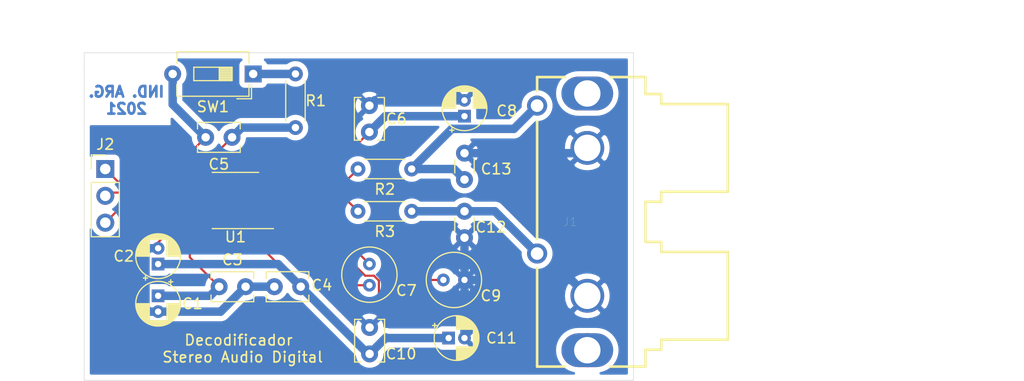
<source format=kicad_pcb>
(kicad_pcb (version 20171130) (host pcbnew 5.1.9-73d0e3b20d~88~ubuntu18.04.1)

  (general
    (thickness 1.6)
    (drawings 14)
    (tracks 110)
    (zones 0)
    (modules 21)
    (nets 17)
  )

  (page A4)
  (title_block
    (title "Modulo Pcm5102a Decodificador Stereo Audio Digital")
    (date 2021-04-14)
    (company "Florencia Battocchia - Diseño de PCB -CESE")
    (comment 1 "Revisor: Pablo Aguirre")
    (comment 2 "Creative Commons Attribution -ShareAlike 4.0 International License")
  )

  (layers
    (0 F.Cu signal)
    (31 B.Cu signal)
    (32 B.Adhes user hide)
    (33 F.Adhes user hide)
    (34 B.Paste user hide)
    (35 F.Paste user)
    (36 B.SilkS user hide)
    (37 F.SilkS user)
    (38 B.Mask user)
    (39 F.Mask user hide)
    (40 Dwgs.User user)
    (41 Cmts.User user hide)
    (42 Eco1.User user hide)
    (43 Eco2.User user hide)
    (44 Edge.Cuts user)
    (45 Margin user)
    (46 B.CrtYd user hide)
    (47 F.CrtYd user hide)
    (48 B.Fab user hide)
    (49 F.Fab user hide)
  )

  (setup
    (last_trace_width 0.25)
    (user_trace_width 0.2)
    (user_trace_width 0.8)
    (user_trace_width 1)
    (user_trace_width 1.2)
    (trace_clearance 0.2)
    (zone_clearance 0.508)
    (zone_45_only no)
    (trace_min 0.2)
    (via_size 0.8)
    (via_drill 0.4)
    (via_min_size 0.4)
    (via_min_drill 0.3)
    (user_via 1.6 0.8)
    (user_via 2 1)
    (uvia_size 0.3)
    (uvia_drill 0.1)
    (uvias_allowed no)
    (uvia_min_size 0.2)
    (uvia_min_drill 0.1)
    (edge_width 0.05)
    (segment_width 0.2)
    (pcb_text_width 0.3)
    (pcb_text_size 1.5 1.5)
    (mod_edge_width 0.12)
    (mod_text_size 1 1)
    (mod_text_width 0.15)
    (pad_size 1.524 1.524)
    (pad_drill 0.762)
    (pad_to_mask_clearance 0.07)
    (solder_mask_min_width 0.1)
    (aux_axis_origin 0 0)
    (visible_elements FFFFFF7F)
    (pcbplotparams
      (layerselection 0x010fc_ffffffff)
      (usegerberextensions false)
      (usegerberattributes true)
      (usegerberadvancedattributes true)
      (creategerberjobfile true)
      (excludeedgelayer true)
      (linewidth 0.100000)
      (plotframeref false)
      (viasonmask false)
      (mode 1)
      (useauxorigin false)
      (hpglpennumber 1)
      (hpglpenspeed 20)
      (hpglpendiameter 15.000000)
      (psnegative false)
      (psa4output false)
      (plotreference true)
      (plotvalue true)
      (plotinvisibletext false)
      (padsonsilk false)
      (subtractmaskfromsilk false)
      (outputformat 1)
      (mirror false)
      (drillshape 1)
      (scaleselection 1)
      (outputdirectory ""))
  )

  (net 0 "")
  (net 1 Earth)
  (net 2 "Net-(C1-Pad1)")
  (net 3 +3.3VA)
  (net 4 "Net-(C5-Pad1)")
  (net 5 GNDA)
  (net 6 "Net-(C7-Pad1)")
  (net 7 "Net-(C7-Pad2)")
  (net 8 "Net-(C9-Pad1)")
  (net 9 "Net-(C12-Pad1)")
  (net 10 "Net-(C13-Pad1)")
  (net 11 "Net-(J2-Pad1)")
  (net 12 "Net-(J2-Pad2)")
  (net 13 "Net-(J2-Pad3)")
  (net 14 "Net-(R1-Pad1)")
  (net 15 "Net-(R2-Pad2)")
  (net 16 "Net-(R3-Pad2)")

  (net_class Default "This is the default net class."
    (clearance 0.2)
    (trace_width 0.25)
    (via_dia 0.8)
    (via_drill 0.4)
    (uvia_dia 0.3)
    (uvia_drill 0.1)
    (add_net +3.3VA)
    (add_net Earth)
    (add_net GNDA)
    (add_net "Net-(C1-Pad1)")
    (add_net "Net-(C12-Pad1)")
    (add_net "Net-(C13-Pad1)")
    (add_net "Net-(C5-Pad1)")
    (add_net "Net-(C7-Pad1)")
    (add_net "Net-(C7-Pad2)")
    (add_net "Net-(C9-Pad1)")
    (add_net "Net-(J2-Pad1)")
    (add_net "Net-(J2-Pad2)")
    (add_net "Net-(J2-Pad3)")
    (add_net "Net-(R1-Pad1)")
    (add_net "Net-(R2-Pad2)")
    (add_net "Net-(R3-Pad2)")
  )

  (module Fiducial:Fiducial_0.5mm_Mask1.5mm (layer F.Cu) (tedit 5C18D139) (tstamp 6077886E)
    (at 151 97.5)
    (descr "Circular Fiducial, 0.5mm bare copper, 1.5mm soldermask opening")
    (tags fiducial)
    (path /6077A9FA)
    (attr smd)
    (fp_text reference FID1 (at 0 1.5) (layer F.SilkS) hide
      (effects (font (size 1 1) (thickness 0.15)))
    )
    (fp_text value Fiducial (at 0 1.7145) (layer F.Fab)
      (effects (font (size 1 1) (thickness 0.15)))
    )
    (fp_circle (center 0 0) (end 1 0) (layer F.CrtYd) (width 0.05))
    (fp_circle (center 0 0) (end 0.75 0) (layer F.Fab) (width 0.1))
    (fp_text user %R (at 0 0) (layer F.Fab)
      (effects (font (size 0.2 0.2) (thickness 0.04)))
    )
    (pad "" smd circle (at 0 0) (size 0.5 0.5) (layers F.Cu F.Mask)
      (solder_mask_margin 0.5) (clearance 0.5))
  )

  (module Capacitor_THT:CP_Radial_D4.0mm_P1.50mm (layer F.Cu) (tedit 5AE50EF0) (tstamp 606658BA)
    (at 167.5 107)
    (descr "CP, Radial series, Radial, pin pitch=1.50mm, , diameter=4mm, Electrolytic Capacitor")
    (tags "CP Radial series Radial pin pitch 1.50mm  diameter 4mm Electrolytic Capacitor")
    (path /604EA5B5)
    (fp_text reference C11 (at 5 0 -180) (layer F.SilkS)
      (effects (font (size 1 1) (thickness 0.15)))
    )
    (fp_text value 10uF (at 0.75 3.25) (layer F.Fab)
      (effects (font (size 1 1) (thickness 0.15)))
    )
    (fp_line (start -1.319801 -1.395) (end -1.319801 -0.995) (layer F.SilkS) (width 0.12))
    (fp_line (start -1.519801 -1.195) (end -1.119801 -1.195) (layer F.SilkS) (width 0.12))
    (fp_line (start 2.831 -0.37) (end 2.831 0.37) (layer F.SilkS) (width 0.12))
    (fp_line (start 2.791 -0.537) (end 2.791 0.537) (layer F.SilkS) (width 0.12))
    (fp_line (start 2.751 -0.664) (end 2.751 0.664) (layer F.SilkS) (width 0.12))
    (fp_line (start 2.711 -0.768) (end 2.711 0.768) (layer F.SilkS) (width 0.12))
    (fp_line (start 2.671 -0.859) (end 2.671 0.859) (layer F.SilkS) (width 0.12))
    (fp_line (start 2.631 -0.94) (end 2.631 0.94) (layer F.SilkS) (width 0.12))
    (fp_line (start 2.591 -1.013) (end 2.591 1.013) (layer F.SilkS) (width 0.12))
    (fp_line (start 2.551 -1.08) (end 2.551 1.08) (layer F.SilkS) (width 0.12))
    (fp_line (start 2.511 -1.142) (end 2.511 1.142) (layer F.SilkS) (width 0.12))
    (fp_line (start 2.471 -1.2) (end 2.471 1.2) (layer F.SilkS) (width 0.12))
    (fp_line (start 2.431 -1.254) (end 2.431 1.254) (layer F.SilkS) (width 0.12))
    (fp_line (start 2.391 -1.304) (end 2.391 1.304) (layer F.SilkS) (width 0.12))
    (fp_line (start 2.351 -1.351) (end 2.351 1.351) (layer F.SilkS) (width 0.12))
    (fp_line (start 2.311 0.84) (end 2.311 1.396) (layer F.SilkS) (width 0.12))
    (fp_line (start 2.311 -1.396) (end 2.311 -0.84) (layer F.SilkS) (width 0.12))
    (fp_line (start 2.271 0.84) (end 2.271 1.438) (layer F.SilkS) (width 0.12))
    (fp_line (start 2.271 -1.438) (end 2.271 -0.84) (layer F.SilkS) (width 0.12))
    (fp_line (start 2.231 0.84) (end 2.231 1.478) (layer F.SilkS) (width 0.12))
    (fp_line (start 2.231 -1.478) (end 2.231 -0.84) (layer F.SilkS) (width 0.12))
    (fp_line (start 2.191 0.84) (end 2.191 1.516) (layer F.SilkS) (width 0.12))
    (fp_line (start 2.191 -1.516) (end 2.191 -0.84) (layer F.SilkS) (width 0.12))
    (fp_line (start 2.151 0.84) (end 2.151 1.552) (layer F.SilkS) (width 0.12))
    (fp_line (start 2.151 -1.552) (end 2.151 -0.84) (layer F.SilkS) (width 0.12))
    (fp_line (start 2.111 0.84) (end 2.111 1.587) (layer F.SilkS) (width 0.12))
    (fp_line (start 2.111 -1.587) (end 2.111 -0.84) (layer F.SilkS) (width 0.12))
    (fp_line (start 2.071 0.84) (end 2.071 1.619) (layer F.SilkS) (width 0.12))
    (fp_line (start 2.071 -1.619) (end 2.071 -0.84) (layer F.SilkS) (width 0.12))
    (fp_line (start 2.031 0.84) (end 2.031 1.65) (layer F.SilkS) (width 0.12))
    (fp_line (start 2.031 -1.65) (end 2.031 -0.84) (layer F.SilkS) (width 0.12))
    (fp_line (start 1.991 0.84) (end 1.991 1.68) (layer F.SilkS) (width 0.12))
    (fp_line (start 1.991 -1.68) (end 1.991 -0.84) (layer F.SilkS) (width 0.12))
    (fp_line (start 1.951 0.84) (end 1.951 1.708) (layer F.SilkS) (width 0.12))
    (fp_line (start 1.951 -1.708) (end 1.951 -0.84) (layer F.SilkS) (width 0.12))
    (fp_line (start 1.911 0.84) (end 1.911 1.735) (layer F.SilkS) (width 0.12))
    (fp_line (start 1.911 -1.735) (end 1.911 -0.84) (layer F.SilkS) (width 0.12))
    (fp_line (start 1.871 0.84) (end 1.871 1.76) (layer F.SilkS) (width 0.12))
    (fp_line (start 1.871 -1.76) (end 1.871 -0.84) (layer F.SilkS) (width 0.12))
    (fp_line (start 1.831 0.84) (end 1.831 1.785) (layer F.SilkS) (width 0.12))
    (fp_line (start 1.831 -1.785) (end 1.831 -0.84) (layer F.SilkS) (width 0.12))
    (fp_line (start 1.791 0.84) (end 1.791 1.808) (layer F.SilkS) (width 0.12))
    (fp_line (start 1.791 -1.808) (end 1.791 -0.84) (layer F.SilkS) (width 0.12))
    (fp_line (start 1.751 0.84) (end 1.751 1.83) (layer F.SilkS) (width 0.12))
    (fp_line (start 1.751 -1.83) (end 1.751 -0.84) (layer F.SilkS) (width 0.12))
    (fp_line (start 1.711 0.84) (end 1.711 1.851) (layer F.SilkS) (width 0.12))
    (fp_line (start 1.711 -1.851) (end 1.711 -0.84) (layer F.SilkS) (width 0.12))
    (fp_line (start 1.671 0.84) (end 1.671 1.87) (layer F.SilkS) (width 0.12))
    (fp_line (start 1.671 -1.87) (end 1.671 -0.84) (layer F.SilkS) (width 0.12))
    (fp_line (start 1.631 0.84) (end 1.631 1.889) (layer F.SilkS) (width 0.12))
    (fp_line (start 1.631 -1.889) (end 1.631 -0.84) (layer F.SilkS) (width 0.12))
    (fp_line (start 1.591 0.84) (end 1.591 1.907) (layer F.SilkS) (width 0.12))
    (fp_line (start 1.591 -1.907) (end 1.591 -0.84) (layer F.SilkS) (width 0.12))
    (fp_line (start 1.551 0.84) (end 1.551 1.924) (layer F.SilkS) (width 0.12))
    (fp_line (start 1.551 -1.924) (end 1.551 -0.84) (layer F.SilkS) (width 0.12))
    (fp_line (start 1.511 0.84) (end 1.511 1.94) (layer F.SilkS) (width 0.12))
    (fp_line (start 1.511 -1.94) (end 1.511 -0.84) (layer F.SilkS) (width 0.12))
    (fp_line (start 1.471 0.84) (end 1.471 1.954) (layer F.SilkS) (width 0.12))
    (fp_line (start 1.471 -1.954) (end 1.471 -0.84) (layer F.SilkS) (width 0.12))
    (fp_line (start 1.43 0.84) (end 1.43 1.968) (layer F.SilkS) (width 0.12))
    (fp_line (start 1.43 -1.968) (end 1.43 -0.84) (layer F.SilkS) (width 0.12))
    (fp_line (start 1.39 0.84) (end 1.39 1.982) (layer F.SilkS) (width 0.12))
    (fp_line (start 1.39 -1.982) (end 1.39 -0.84) (layer F.SilkS) (width 0.12))
    (fp_line (start 1.35 0.84) (end 1.35 1.994) (layer F.SilkS) (width 0.12))
    (fp_line (start 1.35 -1.994) (end 1.35 -0.84) (layer F.SilkS) (width 0.12))
    (fp_line (start 1.31 0.84) (end 1.31 2.005) (layer F.SilkS) (width 0.12))
    (fp_line (start 1.31 -2.005) (end 1.31 -0.84) (layer F.SilkS) (width 0.12))
    (fp_line (start 1.27 0.84) (end 1.27 2.016) (layer F.SilkS) (width 0.12))
    (fp_line (start 1.27 -2.016) (end 1.27 -0.84) (layer F.SilkS) (width 0.12))
    (fp_line (start 1.23 0.84) (end 1.23 2.025) (layer F.SilkS) (width 0.12))
    (fp_line (start 1.23 -2.025) (end 1.23 -0.84) (layer F.SilkS) (width 0.12))
    (fp_line (start 1.19 0.84) (end 1.19 2.034) (layer F.SilkS) (width 0.12))
    (fp_line (start 1.19 -2.034) (end 1.19 -0.84) (layer F.SilkS) (width 0.12))
    (fp_line (start 1.15 0.84) (end 1.15 2.042) (layer F.SilkS) (width 0.12))
    (fp_line (start 1.15 -2.042) (end 1.15 -0.84) (layer F.SilkS) (width 0.12))
    (fp_line (start 1.11 0.84) (end 1.11 2.05) (layer F.SilkS) (width 0.12))
    (fp_line (start 1.11 -2.05) (end 1.11 -0.84) (layer F.SilkS) (width 0.12))
    (fp_line (start 1.07 0.84) (end 1.07 2.056) (layer F.SilkS) (width 0.12))
    (fp_line (start 1.07 -2.056) (end 1.07 -0.84) (layer F.SilkS) (width 0.12))
    (fp_line (start 1.03 0.84) (end 1.03 2.062) (layer F.SilkS) (width 0.12))
    (fp_line (start 1.03 -2.062) (end 1.03 -0.84) (layer F.SilkS) (width 0.12))
    (fp_line (start 0.99 0.84) (end 0.99 2.067) (layer F.SilkS) (width 0.12))
    (fp_line (start 0.99 -2.067) (end 0.99 -0.84) (layer F.SilkS) (width 0.12))
    (fp_line (start 0.95 0.84) (end 0.95 2.071) (layer F.SilkS) (width 0.12))
    (fp_line (start 0.95 -2.071) (end 0.95 -0.84) (layer F.SilkS) (width 0.12))
    (fp_line (start 0.91 0.84) (end 0.91 2.074) (layer F.SilkS) (width 0.12))
    (fp_line (start 0.91 -2.074) (end 0.91 -0.84) (layer F.SilkS) (width 0.12))
    (fp_line (start 0.87 0.84) (end 0.87 2.077) (layer F.SilkS) (width 0.12))
    (fp_line (start 0.87 -2.077) (end 0.87 -0.84) (layer F.SilkS) (width 0.12))
    (fp_line (start 0.83 -2.079) (end 0.83 -0.84) (layer F.SilkS) (width 0.12))
    (fp_line (start 0.83 0.84) (end 0.83 2.079) (layer F.SilkS) (width 0.12))
    (fp_line (start 0.79 -2.08) (end 0.79 -0.84) (layer F.SilkS) (width 0.12))
    (fp_line (start 0.79 0.84) (end 0.79 2.08) (layer F.SilkS) (width 0.12))
    (fp_line (start 0.75 -2.08) (end 0.75 -0.84) (layer F.SilkS) (width 0.12))
    (fp_line (start 0.75 0.84) (end 0.75 2.08) (layer F.SilkS) (width 0.12))
    (fp_line (start -0.752554 -1.0675) (end -0.752554 -0.6675) (layer F.Fab) (width 0.1))
    (fp_line (start -0.952554 -0.8675) (end -0.552554 -0.8675) (layer F.Fab) (width 0.1))
    (fp_circle (center 0.75 0) (end 3 0) (layer F.CrtYd) (width 0.05))
    (fp_circle (center 0.75 0) (end 2.87 0) (layer F.SilkS) (width 0.12))
    (fp_circle (center 0.75 0) (end 2.75 0) (layer F.Fab) (width 0.1))
    (fp_text user %R (at 0.75 0) (layer F.Fab)
      (effects (font (size 0.8 0.8) (thickness 0.12)))
    )
    (pad 2 thru_hole circle (at 1.5 0) (size 1.2 1.2) (drill 0.6) (layers *.Cu *.Mask)
      (net 5 GNDA))
    (pad 1 thru_hole rect (at 0 0) (size 1.2 1.2) (drill 0.6) (layers *.Cu *.Mask)
      (net 3 +3.3VA))
    (model ${KISYS3DMOD}/Capacitor_THT.3dshapes/CP_Radial_D4.0mm_P1.50mm.wrl
      (at (xyz 0 0 0))
      (scale (xyz 1 1 1))
      (rotate (xyz 0 0 0))
    )
  )

  (module Capacitor_THT:CP_Radial_D4.0mm_P1.50mm (layer F.Cu) (tedit 5AE50EF0) (tstamp 606671C5)
    (at 169 86 90)
    (descr "CP, Radial series, Radial, pin pitch=1.50mm, , diameter=4mm, Electrolytic Capacitor")
    (tags "CP Radial series Radial pin pitch 1.50mm  diameter 4mm Electrolytic Capacitor")
    (path /604E9E0D)
    (fp_text reference C8 (at 0.5 4) (layer F.SilkS)
      (effects (font (size 1 1) (thickness 0.15)))
    )
    (fp_text value 10uF (at 0.75 3.25 90) (layer F.Fab)
      (effects (font (size 1 1) (thickness 0.15)))
    )
    (fp_line (start -1.319801 -1.395) (end -1.319801 -0.995) (layer F.SilkS) (width 0.12))
    (fp_line (start -1.519801 -1.195) (end -1.119801 -1.195) (layer F.SilkS) (width 0.12))
    (fp_line (start 2.831 -0.37) (end 2.831 0.37) (layer F.SilkS) (width 0.12))
    (fp_line (start 2.791 -0.537) (end 2.791 0.537) (layer F.SilkS) (width 0.12))
    (fp_line (start 2.751 -0.664) (end 2.751 0.664) (layer F.SilkS) (width 0.12))
    (fp_line (start 2.711 -0.768) (end 2.711 0.768) (layer F.SilkS) (width 0.12))
    (fp_line (start 2.671 -0.859) (end 2.671 0.859) (layer F.SilkS) (width 0.12))
    (fp_line (start 2.631 -0.94) (end 2.631 0.94) (layer F.SilkS) (width 0.12))
    (fp_line (start 2.591 -1.013) (end 2.591 1.013) (layer F.SilkS) (width 0.12))
    (fp_line (start 2.551 -1.08) (end 2.551 1.08) (layer F.SilkS) (width 0.12))
    (fp_line (start 2.511 -1.142) (end 2.511 1.142) (layer F.SilkS) (width 0.12))
    (fp_line (start 2.471 -1.2) (end 2.471 1.2) (layer F.SilkS) (width 0.12))
    (fp_line (start 2.431 -1.254) (end 2.431 1.254) (layer F.SilkS) (width 0.12))
    (fp_line (start 2.391 -1.304) (end 2.391 1.304) (layer F.SilkS) (width 0.12))
    (fp_line (start 2.351 -1.351) (end 2.351 1.351) (layer F.SilkS) (width 0.12))
    (fp_line (start 2.311 0.84) (end 2.311 1.396) (layer F.SilkS) (width 0.12))
    (fp_line (start 2.311 -1.396) (end 2.311 -0.84) (layer F.SilkS) (width 0.12))
    (fp_line (start 2.271 0.84) (end 2.271 1.438) (layer F.SilkS) (width 0.12))
    (fp_line (start 2.271 -1.438) (end 2.271 -0.84) (layer F.SilkS) (width 0.12))
    (fp_line (start 2.231 0.84) (end 2.231 1.478) (layer F.SilkS) (width 0.12))
    (fp_line (start 2.231 -1.478) (end 2.231 -0.84) (layer F.SilkS) (width 0.12))
    (fp_line (start 2.191 0.84) (end 2.191 1.516) (layer F.SilkS) (width 0.12))
    (fp_line (start 2.191 -1.516) (end 2.191 -0.84) (layer F.SilkS) (width 0.12))
    (fp_line (start 2.151 0.84) (end 2.151 1.552) (layer F.SilkS) (width 0.12))
    (fp_line (start 2.151 -1.552) (end 2.151 -0.84) (layer F.SilkS) (width 0.12))
    (fp_line (start 2.111 0.84) (end 2.111 1.587) (layer F.SilkS) (width 0.12))
    (fp_line (start 2.111 -1.587) (end 2.111 -0.84) (layer F.SilkS) (width 0.12))
    (fp_line (start 2.071 0.84) (end 2.071 1.619) (layer F.SilkS) (width 0.12))
    (fp_line (start 2.071 -1.619) (end 2.071 -0.84) (layer F.SilkS) (width 0.12))
    (fp_line (start 2.031 0.84) (end 2.031 1.65) (layer F.SilkS) (width 0.12))
    (fp_line (start 2.031 -1.65) (end 2.031 -0.84) (layer F.SilkS) (width 0.12))
    (fp_line (start 1.991 0.84) (end 1.991 1.68) (layer F.SilkS) (width 0.12))
    (fp_line (start 1.991 -1.68) (end 1.991 -0.84) (layer F.SilkS) (width 0.12))
    (fp_line (start 1.951 0.84) (end 1.951 1.708) (layer F.SilkS) (width 0.12))
    (fp_line (start 1.951 -1.708) (end 1.951 -0.84) (layer F.SilkS) (width 0.12))
    (fp_line (start 1.911 0.84) (end 1.911 1.735) (layer F.SilkS) (width 0.12))
    (fp_line (start 1.911 -1.735) (end 1.911 -0.84) (layer F.SilkS) (width 0.12))
    (fp_line (start 1.871 0.84) (end 1.871 1.76) (layer F.SilkS) (width 0.12))
    (fp_line (start 1.871 -1.76) (end 1.871 -0.84) (layer F.SilkS) (width 0.12))
    (fp_line (start 1.831 0.84) (end 1.831 1.785) (layer F.SilkS) (width 0.12))
    (fp_line (start 1.831 -1.785) (end 1.831 -0.84) (layer F.SilkS) (width 0.12))
    (fp_line (start 1.791 0.84) (end 1.791 1.808) (layer F.SilkS) (width 0.12))
    (fp_line (start 1.791 -1.808) (end 1.791 -0.84) (layer F.SilkS) (width 0.12))
    (fp_line (start 1.751 0.84) (end 1.751 1.83) (layer F.SilkS) (width 0.12))
    (fp_line (start 1.751 -1.83) (end 1.751 -0.84) (layer F.SilkS) (width 0.12))
    (fp_line (start 1.711 0.84) (end 1.711 1.851) (layer F.SilkS) (width 0.12))
    (fp_line (start 1.711 -1.851) (end 1.711 -0.84) (layer F.SilkS) (width 0.12))
    (fp_line (start 1.671 0.84) (end 1.671 1.87) (layer F.SilkS) (width 0.12))
    (fp_line (start 1.671 -1.87) (end 1.671 -0.84) (layer F.SilkS) (width 0.12))
    (fp_line (start 1.631 0.84) (end 1.631 1.889) (layer F.SilkS) (width 0.12))
    (fp_line (start 1.631 -1.889) (end 1.631 -0.84) (layer F.SilkS) (width 0.12))
    (fp_line (start 1.591 0.84) (end 1.591 1.907) (layer F.SilkS) (width 0.12))
    (fp_line (start 1.591 -1.907) (end 1.591 -0.84) (layer F.SilkS) (width 0.12))
    (fp_line (start 1.551 0.84) (end 1.551 1.924) (layer F.SilkS) (width 0.12))
    (fp_line (start 1.551 -1.924) (end 1.551 -0.84) (layer F.SilkS) (width 0.12))
    (fp_line (start 1.511 0.84) (end 1.511 1.94) (layer F.SilkS) (width 0.12))
    (fp_line (start 1.511 -1.94) (end 1.511 -0.84) (layer F.SilkS) (width 0.12))
    (fp_line (start 1.471 0.84) (end 1.471 1.954) (layer F.SilkS) (width 0.12))
    (fp_line (start 1.471 -1.954) (end 1.471 -0.84) (layer F.SilkS) (width 0.12))
    (fp_line (start 1.43 0.84) (end 1.43 1.968) (layer F.SilkS) (width 0.12))
    (fp_line (start 1.43 -1.968) (end 1.43 -0.84) (layer F.SilkS) (width 0.12))
    (fp_line (start 1.39 0.84) (end 1.39 1.982) (layer F.SilkS) (width 0.12))
    (fp_line (start 1.39 -1.982) (end 1.39 -0.84) (layer F.SilkS) (width 0.12))
    (fp_line (start 1.35 0.84) (end 1.35 1.994) (layer F.SilkS) (width 0.12))
    (fp_line (start 1.35 -1.994) (end 1.35 -0.84) (layer F.SilkS) (width 0.12))
    (fp_line (start 1.31 0.84) (end 1.31 2.005) (layer F.SilkS) (width 0.12))
    (fp_line (start 1.31 -2.005) (end 1.31 -0.84) (layer F.SilkS) (width 0.12))
    (fp_line (start 1.27 0.84) (end 1.27 2.016) (layer F.SilkS) (width 0.12))
    (fp_line (start 1.27 -2.016) (end 1.27 -0.84) (layer F.SilkS) (width 0.12))
    (fp_line (start 1.23 0.84) (end 1.23 2.025) (layer F.SilkS) (width 0.12))
    (fp_line (start 1.23 -2.025) (end 1.23 -0.84) (layer F.SilkS) (width 0.12))
    (fp_line (start 1.19 0.84) (end 1.19 2.034) (layer F.SilkS) (width 0.12))
    (fp_line (start 1.19 -2.034) (end 1.19 -0.84) (layer F.SilkS) (width 0.12))
    (fp_line (start 1.15 0.84) (end 1.15 2.042) (layer F.SilkS) (width 0.12))
    (fp_line (start 1.15 -2.042) (end 1.15 -0.84) (layer F.SilkS) (width 0.12))
    (fp_line (start 1.11 0.84) (end 1.11 2.05) (layer F.SilkS) (width 0.12))
    (fp_line (start 1.11 -2.05) (end 1.11 -0.84) (layer F.SilkS) (width 0.12))
    (fp_line (start 1.07 0.84) (end 1.07 2.056) (layer F.SilkS) (width 0.12))
    (fp_line (start 1.07 -2.056) (end 1.07 -0.84) (layer F.SilkS) (width 0.12))
    (fp_line (start 1.03 0.84) (end 1.03 2.062) (layer F.SilkS) (width 0.12))
    (fp_line (start 1.03 -2.062) (end 1.03 -0.84) (layer F.SilkS) (width 0.12))
    (fp_line (start 0.99 0.84) (end 0.99 2.067) (layer F.SilkS) (width 0.12))
    (fp_line (start 0.99 -2.067) (end 0.99 -0.84) (layer F.SilkS) (width 0.12))
    (fp_line (start 0.95 0.84) (end 0.95 2.071) (layer F.SilkS) (width 0.12))
    (fp_line (start 0.95 -2.071) (end 0.95 -0.84) (layer F.SilkS) (width 0.12))
    (fp_line (start 0.91 0.84) (end 0.91 2.074) (layer F.SilkS) (width 0.12))
    (fp_line (start 0.91 -2.074) (end 0.91 -0.84) (layer F.SilkS) (width 0.12))
    (fp_line (start 0.87 0.84) (end 0.87 2.077) (layer F.SilkS) (width 0.12))
    (fp_line (start 0.87 -2.077) (end 0.87 -0.84) (layer F.SilkS) (width 0.12))
    (fp_line (start 0.83 -2.079) (end 0.83 -0.84) (layer F.SilkS) (width 0.12))
    (fp_line (start 0.83 0.84) (end 0.83 2.079) (layer F.SilkS) (width 0.12))
    (fp_line (start 0.79 -2.08) (end 0.79 -0.84) (layer F.SilkS) (width 0.12))
    (fp_line (start 0.79 0.84) (end 0.79 2.08) (layer F.SilkS) (width 0.12))
    (fp_line (start 0.75 -2.08) (end 0.75 -0.84) (layer F.SilkS) (width 0.12))
    (fp_line (start 0.75 0.84) (end 0.75 2.08) (layer F.SilkS) (width 0.12))
    (fp_line (start -0.752554 -1.0675) (end -0.752554 -0.6675) (layer F.Fab) (width 0.1))
    (fp_line (start -0.952554 -0.8675) (end -0.552554 -0.8675) (layer F.Fab) (width 0.1))
    (fp_circle (center 0.75 0) (end 3 0) (layer F.CrtYd) (width 0.05))
    (fp_circle (center 0.75 0) (end 2.87 0) (layer F.SilkS) (width 0.12))
    (fp_circle (center 0.75 0) (end 2.75 0) (layer F.Fab) (width 0.1))
    (fp_text user %R (at 0.75 0 90) (layer F.Fab)
      (effects (font (size 0.8 0.8) (thickness 0.12)))
    )
    (pad 2 thru_hole circle (at 1.5 0 90) (size 1.2 1.2) (drill 0.6) (layers *.Cu *.Mask)
      (net 5 GNDA))
    (pad 1 thru_hole rect (at 0 0 90) (size 1.2 1.2) (drill 0.6) (layers *.Cu *.Mask)
      (net 3 +3.3VA))
    (model ${KISYS3DMOD}/Capacitor_THT.3dshapes/CP_Radial_D4.0mm_P1.50mm.wrl
      (at (xyz 0 0 0))
      (scale (xyz 1 1 1))
      (rotate (xyz 0 0 0))
    )
  )

  (module Capacitor_THT:CP_Radial_D4.0mm_P1.50mm (layer F.Cu) (tedit 5AE50EF0) (tstamp 60665829)
    (at 140 100 90)
    (descr "CP, Radial series, Radial, pin pitch=1.50mm, , diameter=4mm, Electrolytic Capacitor")
    (tags "CP Radial series Radial pin pitch 1.50mm  diameter 4mm Electrolytic Capacitor")
    (path /604EA1DE)
    (fp_text reference C2 (at 0.75 -3.25 180) (layer F.SilkS)
      (effects (font (size 1 1) (thickness 0.15)))
    )
    (fp_text value 10uF (at 0.75 3.25 90) (layer F.Fab)
      (effects (font (size 1 1) (thickness 0.15)))
    )
    (fp_line (start -1.319801 -1.395) (end -1.319801 -0.995) (layer F.SilkS) (width 0.12))
    (fp_line (start -1.519801 -1.195) (end -1.119801 -1.195) (layer F.SilkS) (width 0.12))
    (fp_line (start 2.831 -0.37) (end 2.831 0.37) (layer F.SilkS) (width 0.12))
    (fp_line (start 2.791 -0.537) (end 2.791 0.537) (layer F.SilkS) (width 0.12))
    (fp_line (start 2.751 -0.664) (end 2.751 0.664) (layer F.SilkS) (width 0.12))
    (fp_line (start 2.711 -0.768) (end 2.711 0.768) (layer F.SilkS) (width 0.12))
    (fp_line (start 2.671 -0.859) (end 2.671 0.859) (layer F.SilkS) (width 0.12))
    (fp_line (start 2.631 -0.94) (end 2.631 0.94) (layer F.SilkS) (width 0.12))
    (fp_line (start 2.591 -1.013) (end 2.591 1.013) (layer F.SilkS) (width 0.12))
    (fp_line (start 2.551 -1.08) (end 2.551 1.08) (layer F.SilkS) (width 0.12))
    (fp_line (start 2.511 -1.142) (end 2.511 1.142) (layer F.SilkS) (width 0.12))
    (fp_line (start 2.471 -1.2) (end 2.471 1.2) (layer F.SilkS) (width 0.12))
    (fp_line (start 2.431 -1.254) (end 2.431 1.254) (layer F.SilkS) (width 0.12))
    (fp_line (start 2.391 -1.304) (end 2.391 1.304) (layer F.SilkS) (width 0.12))
    (fp_line (start 2.351 -1.351) (end 2.351 1.351) (layer F.SilkS) (width 0.12))
    (fp_line (start 2.311 0.84) (end 2.311 1.396) (layer F.SilkS) (width 0.12))
    (fp_line (start 2.311 -1.396) (end 2.311 -0.84) (layer F.SilkS) (width 0.12))
    (fp_line (start 2.271 0.84) (end 2.271 1.438) (layer F.SilkS) (width 0.12))
    (fp_line (start 2.271 -1.438) (end 2.271 -0.84) (layer F.SilkS) (width 0.12))
    (fp_line (start 2.231 0.84) (end 2.231 1.478) (layer F.SilkS) (width 0.12))
    (fp_line (start 2.231 -1.478) (end 2.231 -0.84) (layer F.SilkS) (width 0.12))
    (fp_line (start 2.191 0.84) (end 2.191 1.516) (layer F.SilkS) (width 0.12))
    (fp_line (start 2.191 -1.516) (end 2.191 -0.84) (layer F.SilkS) (width 0.12))
    (fp_line (start 2.151 0.84) (end 2.151 1.552) (layer F.SilkS) (width 0.12))
    (fp_line (start 2.151 -1.552) (end 2.151 -0.84) (layer F.SilkS) (width 0.12))
    (fp_line (start 2.111 0.84) (end 2.111 1.587) (layer F.SilkS) (width 0.12))
    (fp_line (start 2.111 -1.587) (end 2.111 -0.84) (layer F.SilkS) (width 0.12))
    (fp_line (start 2.071 0.84) (end 2.071 1.619) (layer F.SilkS) (width 0.12))
    (fp_line (start 2.071 -1.619) (end 2.071 -0.84) (layer F.SilkS) (width 0.12))
    (fp_line (start 2.031 0.84) (end 2.031 1.65) (layer F.SilkS) (width 0.12))
    (fp_line (start 2.031 -1.65) (end 2.031 -0.84) (layer F.SilkS) (width 0.12))
    (fp_line (start 1.991 0.84) (end 1.991 1.68) (layer F.SilkS) (width 0.12))
    (fp_line (start 1.991 -1.68) (end 1.991 -0.84) (layer F.SilkS) (width 0.12))
    (fp_line (start 1.951 0.84) (end 1.951 1.708) (layer F.SilkS) (width 0.12))
    (fp_line (start 1.951 -1.708) (end 1.951 -0.84) (layer F.SilkS) (width 0.12))
    (fp_line (start 1.911 0.84) (end 1.911 1.735) (layer F.SilkS) (width 0.12))
    (fp_line (start 1.911 -1.735) (end 1.911 -0.84) (layer F.SilkS) (width 0.12))
    (fp_line (start 1.871 0.84) (end 1.871 1.76) (layer F.SilkS) (width 0.12))
    (fp_line (start 1.871 -1.76) (end 1.871 -0.84) (layer F.SilkS) (width 0.12))
    (fp_line (start 1.831 0.84) (end 1.831 1.785) (layer F.SilkS) (width 0.12))
    (fp_line (start 1.831 -1.785) (end 1.831 -0.84) (layer F.SilkS) (width 0.12))
    (fp_line (start 1.791 0.84) (end 1.791 1.808) (layer F.SilkS) (width 0.12))
    (fp_line (start 1.791 -1.808) (end 1.791 -0.84) (layer F.SilkS) (width 0.12))
    (fp_line (start 1.751 0.84) (end 1.751 1.83) (layer F.SilkS) (width 0.12))
    (fp_line (start 1.751 -1.83) (end 1.751 -0.84) (layer F.SilkS) (width 0.12))
    (fp_line (start 1.711 0.84) (end 1.711 1.851) (layer F.SilkS) (width 0.12))
    (fp_line (start 1.711 -1.851) (end 1.711 -0.84) (layer F.SilkS) (width 0.12))
    (fp_line (start 1.671 0.84) (end 1.671 1.87) (layer F.SilkS) (width 0.12))
    (fp_line (start 1.671 -1.87) (end 1.671 -0.84) (layer F.SilkS) (width 0.12))
    (fp_line (start 1.631 0.84) (end 1.631 1.889) (layer F.SilkS) (width 0.12))
    (fp_line (start 1.631 -1.889) (end 1.631 -0.84) (layer F.SilkS) (width 0.12))
    (fp_line (start 1.591 0.84) (end 1.591 1.907) (layer F.SilkS) (width 0.12))
    (fp_line (start 1.591 -1.907) (end 1.591 -0.84) (layer F.SilkS) (width 0.12))
    (fp_line (start 1.551 0.84) (end 1.551 1.924) (layer F.SilkS) (width 0.12))
    (fp_line (start 1.551 -1.924) (end 1.551 -0.84) (layer F.SilkS) (width 0.12))
    (fp_line (start 1.511 0.84) (end 1.511 1.94) (layer F.SilkS) (width 0.12))
    (fp_line (start 1.511 -1.94) (end 1.511 -0.84) (layer F.SilkS) (width 0.12))
    (fp_line (start 1.471 0.84) (end 1.471 1.954) (layer F.SilkS) (width 0.12))
    (fp_line (start 1.471 -1.954) (end 1.471 -0.84) (layer F.SilkS) (width 0.12))
    (fp_line (start 1.43 0.84) (end 1.43 1.968) (layer F.SilkS) (width 0.12))
    (fp_line (start 1.43 -1.968) (end 1.43 -0.84) (layer F.SilkS) (width 0.12))
    (fp_line (start 1.39 0.84) (end 1.39 1.982) (layer F.SilkS) (width 0.12))
    (fp_line (start 1.39 -1.982) (end 1.39 -0.84) (layer F.SilkS) (width 0.12))
    (fp_line (start 1.35 0.84) (end 1.35 1.994) (layer F.SilkS) (width 0.12))
    (fp_line (start 1.35 -1.994) (end 1.35 -0.84) (layer F.SilkS) (width 0.12))
    (fp_line (start 1.31 0.84) (end 1.31 2.005) (layer F.SilkS) (width 0.12))
    (fp_line (start 1.31 -2.005) (end 1.31 -0.84) (layer F.SilkS) (width 0.12))
    (fp_line (start 1.27 0.84) (end 1.27 2.016) (layer F.SilkS) (width 0.12))
    (fp_line (start 1.27 -2.016) (end 1.27 -0.84) (layer F.SilkS) (width 0.12))
    (fp_line (start 1.23 0.84) (end 1.23 2.025) (layer F.SilkS) (width 0.12))
    (fp_line (start 1.23 -2.025) (end 1.23 -0.84) (layer F.SilkS) (width 0.12))
    (fp_line (start 1.19 0.84) (end 1.19 2.034) (layer F.SilkS) (width 0.12))
    (fp_line (start 1.19 -2.034) (end 1.19 -0.84) (layer F.SilkS) (width 0.12))
    (fp_line (start 1.15 0.84) (end 1.15 2.042) (layer F.SilkS) (width 0.12))
    (fp_line (start 1.15 -2.042) (end 1.15 -0.84) (layer F.SilkS) (width 0.12))
    (fp_line (start 1.11 0.84) (end 1.11 2.05) (layer F.SilkS) (width 0.12))
    (fp_line (start 1.11 -2.05) (end 1.11 -0.84) (layer F.SilkS) (width 0.12))
    (fp_line (start 1.07 0.84) (end 1.07 2.056) (layer F.SilkS) (width 0.12))
    (fp_line (start 1.07 -2.056) (end 1.07 -0.84) (layer F.SilkS) (width 0.12))
    (fp_line (start 1.03 0.84) (end 1.03 2.062) (layer F.SilkS) (width 0.12))
    (fp_line (start 1.03 -2.062) (end 1.03 -0.84) (layer F.SilkS) (width 0.12))
    (fp_line (start 0.99 0.84) (end 0.99 2.067) (layer F.SilkS) (width 0.12))
    (fp_line (start 0.99 -2.067) (end 0.99 -0.84) (layer F.SilkS) (width 0.12))
    (fp_line (start 0.95 0.84) (end 0.95 2.071) (layer F.SilkS) (width 0.12))
    (fp_line (start 0.95 -2.071) (end 0.95 -0.84) (layer F.SilkS) (width 0.12))
    (fp_line (start 0.91 0.84) (end 0.91 2.074) (layer F.SilkS) (width 0.12))
    (fp_line (start 0.91 -2.074) (end 0.91 -0.84) (layer F.SilkS) (width 0.12))
    (fp_line (start 0.87 0.84) (end 0.87 2.077) (layer F.SilkS) (width 0.12))
    (fp_line (start 0.87 -2.077) (end 0.87 -0.84) (layer F.SilkS) (width 0.12))
    (fp_line (start 0.83 -2.079) (end 0.83 -0.84) (layer F.SilkS) (width 0.12))
    (fp_line (start 0.83 0.84) (end 0.83 2.079) (layer F.SilkS) (width 0.12))
    (fp_line (start 0.79 -2.08) (end 0.79 -0.84) (layer F.SilkS) (width 0.12))
    (fp_line (start 0.79 0.84) (end 0.79 2.08) (layer F.SilkS) (width 0.12))
    (fp_line (start 0.75 -2.08) (end 0.75 -0.84) (layer F.SilkS) (width 0.12))
    (fp_line (start 0.75 0.84) (end 0.75 2.08) (layer F.SilkS) (width 0.12))
    (fp_line (start -0.752554 -1.0675) (end -0.752554 -0.6675) (layer F.Fab) (width 0.1))
    (fp_line (start -0.952554 -0.8675) (end -0.552554 -0.8675) (layer F.Fab) (width 0.1))
    (fp_circle (center 0.75 0) (end 3 0) (layer F.CrtYd) (width 0.05))
    (fp_circle (center 0.75 0) (end 2.87 0) (layer F.SilkS) (width 0.12))
    (fp_circle (center 0.75 0) (end 2.75 0) (layer F.Fab) (width 0.1))
    (fp_text user %R (at 0.75 0 90) (layer F.Fab)
      (effects (font (size 0.8 0.8) (thickness 0.12)))
    )
    (pad 2 thru_hole circle (at 1.5 0 90) (size 1.2 1.2) (drill 0.6) (layers *.Cu *.Mask)
      (net 1 Earth))
    (pad 1 thru_hole rect (at 0 0 90) (size 1.2 1.2) (drill 0.6) (layers *.Cu *.Mask)
      (net 3 +3.3VA))
    (model ${KISYS3DMOD}/Capacitor_THT.3dshapes/CP_Radial_D4.0mm_P1.50mm.wrl
      (at (xyz 0 0 0))
      (scale (xyz 1 1 1))
      (rotate (xyz 0 0 0))
    )
  )

  (module Capacitor_THT:CP_Radial_D4.0mm_P1.50mm (layer F.Cu) (tedit 5AE50EF0) (tstamp 6066581F)
    (at 140 103 270)
    (descr "CP, Radial series, Radial, pin pitch=1.50mm, , diameter=4mm, Electrolytic Capacitor")
    (tags "CP Radial series Radial pin pitch 1.50mm  diameter 4mm Electrolytic Capacitor")
    (path /604E99FE)
    (fp_text reference C1 (at 0.75 -3.25 180) (layer F.SilkS)
      (effects (font (size 1 1) (thickness 0.15)))
    )
    (fp_text value 10uF (at 0.75 3.25 90) (layer F.Fab)
      (effects (font (size 1 1) (thickness 0.15)))
    )
    (fp_line (start -1.319801 -1.395) (end -1.319801 -0.995) (layer F.SilkS) (width 0.12))
    (fp_line (start -1.519801 -1.195) (end -1.119801 -1.195) (layer F.SilkS) (width 0.12))
    (fp_line (start 2.831 -0.37) (end 2.831 0.37) (layer F.SilkS) (width 0.12))
    (fp_line (start 2.791 -0.537) (end 2.791 0.537) (layer F.SilkS) (width 0.12))
    (fp_line (start 2.751 -0.664) (end 2.751 0.664) (layer F.SilkS) (width 0.12))
    (fp_line (start 2.711 -0.768) (end 2.711 0.768) (layer F.SilkS) (width 0.12))
    (fp_line (start 2.671 -0.859) (end 2.671 0.859) (layer F.SilkS) (width 0.12))
    (fp_line (start 2.631 -0.94) (end 2.631 0.94) (layer F.SilkS) (width 0.12))
    (fp_line (start 2.591 -1.013) (end 2.591 1.013) (layer F.SilkS) (width 0.12))
    (fp_line (start 2.551 -1.08) (end 2.551 1.08) (layer F.SilkS) (width 0.12))
    (fp_line (start 2.511 -1.142) (end 2.511 1.142) (layer F.SilkS) (width 0.12))
    (fp_line (start 2.471 -1.2) (end 2.471 1.2) (layer F.SilkS) (width 0.12))
    (fp_line (start 2.431 -1.254) (end 2.431 1.254) (layer F.SilkS) (width 0.12))
    (fp_line (start 2.391 -1.304) (end 2.391 1.304) (layer F.SilkS) (width 0.12))
    (fp_line (start 2.351 -1.351) (end 2.351 1.351) (layer F.SilkS) (width 0.12))
    (fp_line (start 2.311 0.84) (end 2.311 1.396) (layer F.SilkS) (width 0.12))
    (fp_line (start 2.311 -1.396) (end 2.311 -0.84) (layer F.SilkS) (width 0.12))
    (fp_line (start 2.271 0.84) (end 2.271 1.438) (layer F.SilkS) (width 0.12))
    (fp_line (start 2.271 -1.438) (end 2.271 -0.84) (layer F.SilkS) (width 0.12))
    (fp_line (start 2.231 0.84) (end 2.231 1.478) (layer F.SilkS) (width 0.12))
    (fp_line (start 2.231 -1.478) (end 2.231 -0.84) (layer F.SilkS) (width 0.12))
    (fp_line (start 2.191 0.84) (end 2.191 1.516) (layer F.SilkS) (width 0.12))
    (fp_line (start 2.191 -1.516) (end 2.191 -0.84) (layer F.SilkS) (width 0.12))
    (fp_line (start 2.151 0.84) (end 2.151 1.552) (layer F.SilkS) (width 0.12))
    (fp_line (start 2.151 -1.552) (end 2.151 -0.84) (layer F.SilkS) (width 0.12))
    (fp_line (start 2.111 0.84) (end 2.111 1.587) (layer F.SilkS) (width 0.12))
    (fp_line (start 2.111 -1.587) (end 2.111 -0.84) (layer F.SilkS) (width 0.12))
    (fp_line (start 2.071 0.84) (end 2.071 1.619) (layer F.SilkS) (width 0.12))
    (fp_line (start 2.071 -1.619) (end 2.071 -0.84) (layer F.SilkS) (width 0.12))
    (fp_line (start 2.031 0.84) (end 2.031 1.65) (layer F.SilkS) (width 0.12))
    (fp_line (start 2.031 -1.65) (end 2.031 -0.84) (layer F.SilkS) (width 0.12))
    (fp_line (start 1.991 0.84) (end 1.991 1.68) (layer F.SilkS) (width 0.12))
    (fp_line (start 1.991 -1.68) (end 1.991 -0.84) (layer F.SilkS) (width 0.12))
    (fp_line (start 1.951 0.84) (end 1.951 1.708) (layer F.SilkS) (width 0.12))
    (fp_line (start 1.951 -1.708) (end 1.951 -0.84) (layer F.SilkS) (width 0.12))
    (fp_line (start 1.911 0.84) (end 1.911 1.735) (layer F.SilkS) (width 0.12))
    (fp_line (start 1.911 -1.735) (end 1.911 -0.84) (layer F.SilkS) (width 0.12))
    (fp_line (start 1.871 0.84) (end 1.871 1.76) (layer F.SilkS) (width 0.12))
    (fp_line (start 1.871 -1.76) (end 1.871 -0.84) (layer F.SilkS) (width 0.12))
    (fp_line (start 1.831 0.84) (end 1.831 1.785) (layer F.SilkS) (width 0.12))
    (fp_line (start 1.831 -1.785) (end 1.831 -0.84) (layer F.SilkS) (width 0.12))
    (fp_line (start 1.791 0.84) (end 1.791 1.808) (layer F.SilkS) (width 0.12))
    (fp_line (start 1.791 -1.808) (end 1.791 -0.84) (layer F.SilkS) (width 0.12))
    (fp_line (start 1.751 0.84) (end 1.751 1.83) (layer F.SilkS) (width 0.12))
    (fp_line (start 1.751 -1.83) (end 1.751 -0.84) (layer F.SilkS) (width 0.12))
    (fp_line (start 1.711 0.84) (end 1.711 1.851) (layer F.SilkS) (width 0.12))
    (fp_line (start 1.711 -1.851) (end 1.711 -0.84) (layer F.SilkS) (width 0.12))
    (fp_line (start 1.671 0.84) (end 1.671 1.87) (layer F.SilkS) (width 0.12))
    (fp_line (start 1.671 -1.87) (end 1.671 -0.84) (layer F.SilkS) (width 0.12))
    (fp_line (start 1.631 0.84) (end 1.631 1.889) (layer F.SilkS) (width 0.12))
    (fp_line (start 1.631 -1.889) (end 1.631 -0.84) (layer F.SilkS) (width 0.12))
    (fp_line (start 1.591 0.84) (end 1.591 1.907) (layer F.SilkS) (width 0.12))
    (fp_line (start 1.591 -1.907) (end 1.591 -0.84) (layer F.SilkS) (width 0.12))
    (fp_line (start 1.551 0.84) (end 1.551 1.924) (layer F.SilkS) (width 0.12))
    (fp_line (start 1.551 -1.924) (end 1.551 -0.84) (layer F.SilkS) (width 0.12))
    (fp_line (start 1.511 0.84) (end 1.511 1.94) (layer F.SilkS) (width 0.12))
    (fp_line (start 1.511 -1.94) (end 1.511 -0.84) (layer F.SilkS) (width 0.12))
    (fp_line (start 1.471 0.84) (end 1.471 1.954) (layer F.SilkS) (width 0.12))
    (fp_line (start 1.471 -1.954) (end 1.471 -0.84) (layer F.SilkS) (width 0.12))
    (fp_line (start 1.43 0.84) (end 1.43 1.968) (layer F.SilkS) (width 0.12))
    (fp_line (start 1.43 -1.968) (end 1.43 -0.84) (layer F.SilkS) (width 0.12))
    (fp_line (start 1.39 0.84) (end 1.39 1.982) (layer F.SilkS) (width 0.12))
    (fp_line (start 1.39 -1.982) (end 1.39 -0.84) (layer F.SilkS) (width 0.12))
    (fp_line (start 1.35 0.84) (end 1.35 1.994) (layer F.SilkS) (width 0.12))
    (fp_line (start 1.35 -1.994) (end 1.35 -0.84) (layer F.SilkS) (width 0.12))
    (fp_line (start 1.31 0.84) (end 1.31 2.005) (layer F.SilkS) (width 0.12))
    (fp_line (start 1.31 -2.005) (end 1.31 -0.84) (layer F.SilkS) (width 0.12))
    (fp_line (start 1.27 0.84) (end 1.27 2.016) (layer F.SilkS) (width 0.12))
    (fp_line (start 1.27 -2.016) (end 1.27 -0.84) (layer F.SilkS) (width 0.12))
    (fp_line (start 1.23 0.84) (end 1.23 2.025) (layer F.SilkS) (width 0.12))
    (fp_line (start 1.23 -2.025) (end 1.23 -0.84) (layer F.SilkS) (width 0.12))
    (fp_line (start 1.19 0.84) (end 1.19 2.034) (layer F.SilkS) (width 0.12))
    (fp_line (start 1.19 -2.034) (end 1.19 -0.84) (layer F.SilkS) (width 0.12))
    (fp_line (start 1.15 0.84) (end 1.15 2.042) (layer F.SilkS) (width 0.12))
    (fp_line (start 1.15 -2.042) (end 1.15 -0.84) (layer F.SilkS) (width 0.12))
    (fp_line (start 1.11 0.84) (end 1.11 2.05) (layer F.SilkS) (width 0.12))
    (fp_line (start 1.11 -2.05) (end 1.11 -0.84) (layer F.SilkS) (width 0.12))
    (fp_line (start 1.07 0.84) (end 1.07 2.056) (layer F.SilkS) (width 0.12))
    (fp_line (start 1.07 -2.056) (end 1.07 -0.84) (layer F.SilkS) (width 0.12))
    (fp_line (start 1.03 0.84) (end 1.03 2.062) (layer F.SilkS) (width 0.12))
    (fp_line (start 1.03 -2.062) (end 1.03 -0.84) (layer F.SilkS) (width 0.12))
    (fp_line (start 0.99 0.84) (end 0.99 2.067) (layer F.SilkS) (width 0.12))
    (fp_line (start 0.99 -2.067) (end 0.99 -0.84) (layer F.SilkS) (width 0.12))
    (fp_line (start 0.95 0.84) (end 0.95 2.071) (layer F.SilkS) (width 0.12))
    (fp_line (start 0.95 -2.071) (end 0.95 -0.84) (layer F.SilkS) (width 0.12))
    (fp_line (start 0.91 0.84) (end 0.91 2.074) (layer F.SilkS) (width 0.12))
    (fp_line (start 0.91 -2.074) (end 0.91 -0.84) (layer F.SilkS) (width 0.12))
    (fp_line (start 0.87 0.84) (end 0.87 2.077) (layer F.SilkS) (width 0.12))
    (fp_line (start 0.87 -2.077) (end 0.87 -0.84) (layer F.SilkS) (width 0.12))
    (fp_line (start 0.83 -2.079) (end 0.83 -0.84) (layer F.SilkS) (width 0.12))
    (fp_line (start 0.83 0.84) (end 0.83 2.079) (layer F.SilkS) (width 0.12))
    (fp_line (start 0.79 -2.08) (end 0.79 -0.84) (layer F.SilkS) (width 0.12))
    (fp_line (start 0.79 0.84) (end 0.79 2.08) (layer F.SilkS) (width 0.12))
    (fp_line (start 0.75 -2.08) (end 0.75 -0.84) (layer F.SilkS) (width 0.12))
    (fp_line (start 0.75 0.84) (end 0.75 2.08) (layer F.SilkS) (width 0.12))
    (fp_line (start -0.752554 -1.0675) (end -0.752554 -0.6675) (layer F.Fab) (width 0.1))
    (fp_line (start -0.952554 -0.8675) (end -0.552554 -0.8675) (layer F.Fab) (width 0.1))
    (fp_circle (center 0.75 0) (end 3 0) (layer F.CrtYd) (width 0.05))
    (fp_circle (center 0.75 0) (end 2.87 0) (layer F.SilkS) (width 0.12))
    (fp_circle (center 0.75 0) (end 2.75 0) (layer F.Fab) (width 0.1))
    (fp_text user %R (at 0.75 0 90) (layer F.Fab)
      (effects (font (size 0.8 0.8) (thickness 0.12)))
    )
    (pad 2 thru_hole circle (at 1.5 0 270) (size 1.2 1.2) (drill 0.6) (layers *.Cu *.Mask)
      (net 1 Earth))
    (pad 1 thru_hole rect (at 0 0 270) (size 1.2 1.2) (drill 0.6) (layers *.Cu *.Mask)
      (net 2 "Net-(C1-Pad1)"))
    (model ${KISYS3DMOD}/Capacitor_THT.3dshapes/CP_Radial_D4.0mm_P1.50mm.wrl
      (at (xyz 0 0 0))
      (scale (xyz 1 1 1))
      (rotate (xyz 0 0 0))
    )
  )

  (module RCJ-2121:RCJ-2121 (layer F.Cu) (tedit 60690EEF) (tstamp 6069821C)
    (at 179 96 180)
    (path /606DF030)
    (fp_text reference J1 (at 0 0) (layer F.SilkS)
      (effects (font (size 0.787402 0.787402) (thickness 0.015)))
    )
    (fp_text value RCJ-2121 (at 0 0) (layer F.Fab)
      (effects (font (size 0.787402 0.787402) (thickness 0.015)))
    )
    (fp_line (start -7.126 1.9) (end -7.126 -1.9) (layer F.SilkS) (width 0.25))
    (fp_line (start 0.499 -13.701) (end 3.125 -13.701) (layer F.SilkS) (width 0.25))
    (fp_line (start 3.125 13.701) (end 3.125 12.4) (layer F.SilkS) (width 0.25))
    (fp_line (start 0.499 13.701) (end 3.125 13.701) (layer F.SilkS) (width 0.25))
    (fp_line (start -7.126 -12.1) (end -7.126 -13.701) (layer F.SilkS) (width 0.25))
    (fp_line (start -7.126 13.701) (end -7.126 12.1) (layer F.SilkS) (width 0.25))
    (fp_line (start -3.8 13.701) (end -7.126 13.701) (layer F.SilkS) (width 0.25))
    (fp_line (start -3.8 -13.701) (end -7.126 -13.701) (layer F.SilkS) (width 0.25))
    (fp_line (start -8.625 -12.1) (end -7.126 -12.1) (layer F.SilkS) (width 0.25))
    (fp_line (start -8.625 -11.151) (end -8.625 -12.1) (layer F.SilkS) (width 0.25))
    (fp_line (start -8.625 12.1) (end -7.126 12.1) (layer F.SilkS) (width 0.25))
    (fp_line (start -8.625 11.151) (end -8.625 12.1) (layer F.SilkS) (width 0.25))
    (fp_line (start -8.625 -1.9) (end -7.126 -1.9) (layer F.SilkS) (width 0.25))
    (fp_line (start -8.625 -2.849) (end -8.625 -1.9) (layer F.SilkS) (width 0.25))
    (fp_line (start -8.625 1.9) (end -7.126 1.9) (layer F.SilkS) (width 0.25))
    (fp_line (start -8.625 2.849) (end -8.625 1.9) (layer F.SilkS) (width 0.25))
    (fp_line (start -14.925 -11.151) (end -8.625 -11.151) (layer F.SilkS) (width 0.25))
    (fp_line (start -14.925 -2.849) (end -8.625 -2.849) (layer F.SilkS) (width 0.25))
    (fp_line (start -14.925 2.849) (end -8.625 2.849) (layer F.SilkS) (width 0.25))
    (fp_line (start -14.925 11.151) (end -8.625 11.151) (layer F.SilkS) (width 0.25))
    (fp_line (start -14.925 -2.849) (end -14.925 -11.151) (layer F.SilkS) (width 0.25))
    (fp_line (start -14.925 11.151) (end -14.925 2.849) (layer F.SilkS) (width 0.25))
    (fp_line (start 3.125 -4.4) (end 3.125 -13.701) (layer F.SilkS) (width 0.25))
    (fp_line (start 3.125 9.501) (end 3.125 -1.6) (layer F.SilkS) (width 0.25))
    (fp_poly (pts (xy -2.475 -13.852) (xy -2.741 -13.831) (xy -3.001 -13.768) (xy -3.248 -13.666)
      (xy -3.475 -13.527) (xy -3.678 -13.353) (xy -3.852 -13.15) (xy -3.991 -12.923)
      (xy -4.093 -12.676) (xy -4.156 -12.416) (xy -4.177 -12.15) (xy -4.156 -11.884)
      (xy -4.093 -11.624) (xy -3.991 -11.377) (xy -3.852 -11.15) (xy -3.678 -10.947)
      (xy -3.475 -10.773) (xy -3.248 -10.634) (xy -3.001 -10.532) (xy -2.741 -10.469)
      (xy -2.475 -10.448) (xy -0.775 -10.448) (xy -0.509 -10.469) (xy -0.249 -10.532)
      (xy -0.002 -10.634) (xy 0.225 -10.773) (xy 0.428 -10.947) (xy 0.602 -11.15)
      (xy 0.741 -11.377) (xy 0.843 -11.624) (xy 0.906 -11.884) (xy 0.927 -12.15)
      (xy 0.906 -12.416) (xy 0.843 -12.676) (xy 0.741 -12.923) (xy 0.602 -13.15)
      (xy 0.428 -13.353) (xy 0.225 -13.527) (xy -0.002 -13.666) (xy -0.249 -13.768)
      (xy -0.509 -13.831) (xy -0.775 -13.852)) (layer F.Mask) (width 0.002))
    (fp_poly (pts (xy -2.475 -13.852) (xy -2.741 -13.831) (xy -3.001 -13.768) (xy -3.248 -13.666)
      (xy -3.475 -13.527) (xy -3.678 -13.353) (xy -3.852 -13.15) (xy -3.991 -12.923)
      (xy -4.093 -12.676) (xy -4.156 -12.416) (xy -4.177 -12.15) (xy -4.156 -11.884)
      (xy -4.093 -11.624) (xy -3.991 -11.377) (xy -3.852 -11.15) (xy -3.678 -10.947)
      (xy -3.475 -10.773) (xy -3.248 -10.634) (xy -3.001 -10.532) (xy -2.741 -10.469)
      (xy -2.475 -10.448) (xy -0.775 -10.448) (xy -0.509 -10.469) (xy -0.249 -10.532)
      (xy -0.002 -10.634) (xy 0.225 -10.773) (xy 0.428 -10.947) (xy 0.602 -11.15)
      (xy 0.741 -11.377) (xy 0.843 -11.624) (xy 0.906 -11.884) (xy 0.927 -12.15)
      (xy 0.906 -12.416) (xy 0.843 -12.676) (xy 0.741 -12.923) (xy 0.602 -13.15)
      (xy 0.428 -13.353) (xy 0.225 -13.527) (xy -0.002 -13.666) (xy -0.249 -13.768)
      (xy -0.509 -13.831) (xy -0.775 -13.852)) (layer B.Mask) (width 0.002))
    (fp_poly (pts (xy -2.475 -13.749) (xy -2.725 -13.729) (xy -2.969 -13.671) (xy -3.201 -13.575)
      (xy -3.415 -13.444) (xy -3.606 -13.281) (xy -3.769 -13.09) (xy -3.9 -12.876)
      (xy -3.996 -12.644) (xy -4.054 -12.4) (xy -4.074 -12.15) (xy -4.054 -11.9)
      (xy -3.996 -11.656) (xy -3.9 -11.424) (xy -3.769 -11.21) (xy -3.606 -11.019)
      (xy -3.415 -10.856) (xy -3.201 -10.725) (xy -2.969 -10.629) (xy -2.725 -10.571)
      (xy -2.475 -10.551) (xy -0.775 -10.551) (xy -0.525 -10.571) (xy -0.281 -10.629)
      (xy -0.049 -10.725) (xy 0.165 -10.856) (xy 0.356 -11.019) (xy 0.519 -11.21)
      (xy 0.65 -11.424) (xy 0.746 -11.656) (xy 0.804 -11.9) (xy 0.824 -12.15)
      (xy 0.804 -12.4) (xy 0.746 -12.644) (xy 0.65 -12.876) (xy 0.519 -13.09)
      (xy 0.356 -13.281) (xy 0.165 -13.444) (xy -0.049 -13.575) (xy -0.281 -13.671)
      (xy -0.525 -13.729) (xy -0.775 -13.749)) (layer B.Cu) (width 0.002))
    (fp_poly (pts (xy -2.475 -13.749) (xy -2.725 -13.729) (xy -2.969 -13.671) (xy -3.201 -13.575)
      (xy -3.415 -13.444) (xy -3.606 -13.281) (xy -3.769 -13.09) (xy -3.9 -12.876)
      (xy -3.996 -12.644) (xy -4.054 -12.4) (xy -4.074 -12.15) (xy -4.054 -11.9)
      (xy -3.996 -11.656) (xy -3.9 -11.424) (xy -3.769 -11.21) (xy -3.606 -11.019)
      (xy -3.415 -10.856) (xy -3.201 -10.725) (xy -2.969 -10.629) (xy -2.725 -10.571)
      (xy -2.475 -10.551) (xy -0.775 -10.551) (xy -0.525 -10.571) (xy -0.281 -10.629)
      (xy -0.049 -10.725) (xy 0.165 -10.856) (xy 0.356 -11.019) (xy 0.519 -11.21)
      (xy 0.65 -11.424) (xy 0.746 -11.656) (xy 0.804 -11.9) (xy 0.824 -12.15)
      (xy 0.804 -12.4) (xy 0.746 -12.644) (xy 0.65 -12.876) (xy 0.519 -13.09)
      (xy 0.356 -13.281) (xy 0.165 -13.444) (xy -0.049 -13.575) (xy -0.281 -13.671)
      (xy -0.525 -13.729) (xy -0.775 -13.749)) (layer F.Cu) (width 0.002))
    (fp_poly (pts (xy -2.475 10.448) (xy -2.741 10.469) (xy -3.001 10.532) (xy -3.248 10.634)
      (xy -3.475 10.773) (xy -3.678 10.947) (xy -3.852 11.15) (xy -3.991 11.377)
      (xy -4.093 11.624) (xy -4.156 11.884) (xy -4.177 12.15) (xy -4.156 12.416)
      (xy -4.093 12.676) (xy -3.991 12.923) (xy -3.852 13.15) (xy -3.678 13.353)
      (xy -3.475 13.527) (xy -3.248 13.666) (xy -3.001 13.768) (xy -2.741 13.831)
      (xy -2.475 13.852) (xy -0.775 13.852) (xy -0.509 13.831) (xy -0.249 13.768)
      (xy -0.002 13.666) (xy 0.225 13.527) (xy 0.428 13.353) (xy 0.602 13.15)
      (xy 0.741 12.923) (xy 0.843 12.676) (xy 0.906 12.416) (xy 0.927 12.15)
      (xy 0.906 11.884) (xy 0.843 11.624) (xy 0.741 11.377) (xy 0.602 11.15)
      (xy 0.428 10.947) (xy 0.225 10.773) (xy -0.002 10.634) (xy -0.249 10.532)
      (xy -0.509 10.469) (xy -0.775 10.448)) (layer F.Mask) (width 0.002))
    (fp_poly (pts (xy -2.475 10.448) (xy -2.741 10.469) (xy -3.001 10.532) (xy -3.248 10.634)
      (xy -3.475 10.773) (xy -3.678 10.947) (xy -3.852 11.15) (xy -3.991 11.377)
      (xy -4.093 11.624) (xy -4.156 11.884) (xy -4.177 12.15) (xy -4.156 12.416)
      (xy -4.093 12.676) (xy -3.991 12.923) (xy -3.852 13.15) (xy -3.678 13.353)
      (xy -3.475 13.527) (xy -3.248 13.666) (xy -3.001 13.768) (xy -2.741 13.831)
      (xy -2.475 13.852) (xy -0.775 13.852) (xy -0.509 13.831) (xy -0.249 13.768)
      (xy -0.002 13.666) (xy 0.225 13.527) (xy 0.428 13.353) (xy 0.602 13.15)
      (xy 0.741 12.923) (xy 0.843 12.676) (xy 0.906 12.416) (xy 0.927 12.15)
      (xy 0.906 11.884) (xy 0.843 11.624) (xy 0.741 11.377) (xy 0.602 11.15)
      (xy 0.428 10.947) (xy 0.225 10.773) (xy -0.002 10.634) (xy -0.249 10.532)
      (xy -0.509 10.469) (xy -0.775 10.448)) (layer B.Mask) (width 0.002))
    (fp_poly (pts (xy -2.475 10.551) (xy -2.725 10.571) (xy -2.969 10.629) (xy -3.201 10.725)
      (xy -3.415 10.856) (xy -3.606 11.019) (xy -3.769 11.21) (xy -3.9 11.424)
      (xy -3.996 11.656) (xy -4.054 11.9) (xy -4.074 12.15) (xy -4.054 12.4)
      (xy -3.996 12.644) (xy -3.9 12.876) (xy -3.769 13.09) (xy -3.606 13.281)
      (xy -3.415 13.444) (xy -3.201 13.575) (xy -2.969 13.671) (xy -2.725 13.729)
      (xy -2.475 13.749) (xy -0.775 13.749) (xy -0.525 13.729) (xy -0.281 13.671)
      (xy -0.049 13.575) (xy 0.165 13.444) (xy 0.356 13.281) (xy 0.519 13.09)
      (xy 0.65 12.876) (xy 0.746 12.644) (xy 0.804 12.4) (xy 0.824 12.15)
      (xy 0.804 11.9) (xy 0.746 11.656) (xy 0.65 11.424) (xy 0.519 11.21)
      (xy 0.356 11.019) (xy 0.165 10.856) (xy -0.049 10.725) (xy -0.281 10.629)
      (xy -0.525 10.571) (xy -0.775 10.551)) (layer B.Cu) (width 0.002))
    (fp_poly (pts (xy -2.475 10.551) (xy -2.725 10.571) (xy -2.969 10.629) (xy -3.201 10.725)
      (xy -3.415 10.856) (xy -3.606 11.019) (xy -3.769 11.21) (xy -3.9 11.424)
      (xy -3.996 11.656) (xy -4.054 11.9) (xy -4.074 12.15) (xy -4.054 12.4)
      (xy -3.996 12.644) (xy -3.9 12.876) (xy -3.769 13.09) (xy -3.606 13.281)
      (xy -3.415 13.444) (xy -3.201 13.575) (xy -2.969 13.671) (xy -2.725 13.729)
      (xy -2.475 13.749) (xy -0.775 13.749) (xy -0.525 13.729) (xy -0.281 13.671)
      (xy -0.049 13.575) (xy 0.165 13.444) (xy 0.356 13.281) (xy 0.519 13.09)
      (xy 0.65 12.876) (xy 0.746 12.644) (xy 0.804 12.4) (xy 0.824 12.15)
      (xy 0.804 11.9) (xy 0.746 11.656) (xy 0.65 11.424) (xy 0.519 11.21)
      (xy 0.356 11.019) (xy 0.165 10.856) (xy -0.049 10.725) (xy -0.281 10.629)
      (xy -0.525 10.571) (xy -0.775 10.551)) (layer F.Cu) (width 0.002))
    (pad 6 thru_hole circle (at -1.625 -12.15 180) (size 3.2 3.2) (drill 2.5) (layers *.Cu))
    (pad 1 thru_hole circle (at -1.625 -7 180) (size 3.2 3.2) (drill 2.5) (layers *.Cu *.Mask)
      (net 5 GNDA))
    (pad 3 thru_hole circle (at -1.625 7 180) (size 3.2 3.2) (drill 2.5) (layers *.Cu *.Mask)
      (net 5 GNDA))
    (pad 5 thru_hole circle (at -1.625 12.15 180) (size 3.2 3.2) (drill 2.5) (layers *.Cu))
    (pad 4 thru_hole circle (at 3.125 11 180) (size 1.9 1.9) (drill 1.2) (layers *.Cu *.Mask)
      (net 10 "Net-(C13-Pad1)"))
    (pad 2 thru_hole circle (at 3.125 -3 180) (size 1.9 1.9) (drill 1.2) (layers *.Cu *.Mask)
      (net 9 "Net-(C12-Pad1)"))
    (model ${KIPRJMOD}/modelos3d/CUI_DEVICES_RCJ-2121.step
      (offset (xyz -4.5 0.5 7.5))
      (scale (xyz 1 1 1))
      (rotate (xyz -90 0 90))
    )
  )

  (module Capacitor_THT:C_Disc_D3.8mm_W2.6mm_P2.50mm (layer F.Cu) (tedit 5AE50EF0) (tstamp 60698936)
    (at 145.78 102.14)
    (descr "C, Disc series, Radial, pin pitch=2.50mm, , diameter*width=3.8*2.6mm^2, Capacitor, http://www.vishay.com/docs/45233/krseries.pdf")
    (tags "C Disc series Radial pin pitch 2.50mm  diameter 3.8mm width 2.6mm Capacitor")
    (path /604E6F3C)
    (fp_text reference C3 (at 1.25 -2.55) (layer F.SilkS)
      (effects (font (size 1 1) (thickness 0.15)))
    )
    (fp_text value 0.1uF (at 1.25 2.55) (layer F.Fab)
      (effects (font (size 1 1) (thickness 0.15)))
    )
    (fp_line (start 3.55 -1.55) (end -1.05 -1.55) (layer F.CrtYd) (width 0.05))
    (fp_line (start 3.55 1.55) (end 3.55 -1.55) (layer F.CrtYd) (width 0.05))
    (fp_line (start -1.05 1.55) (end 3.55 1.55) (layer F.CrtYd) (width 0.05))
    (fp_line (start -1.05 -1.55) (end -1.05 1.55) (layer F.CrtYd) (width 0.05))
    (fp_line (start 3.27 0.795) (end 3.27 1.42) (layer F.SilkS) (width 0.12))
    (fp_line (start 3.27 -1.42) (end 3.27 -0.795) (layer F.SilkS) (width 0.12))
    (fp_line (start -0.77 0.795) (end -0.77 1.42) (layer F.SilkS) (width 0.12))
    (fp_line (start -0.77 -1.42) (end -0.77 -0.795) (layer F.SilkS) (width 0.12))
    (fp_line (start -0.77 1.42) (end 3.27 1.42) (layer F.SilkS) (width 0.12))
    (fp_line (start -0.77 -1.42) (end 3.27 -1.42) (layer F.SilkS) (width 0.12))
    (fp_line (start 3.15 -1.3) (end -0.65 -1.3) (layer F.Fab) (width 0.1))
    (fp_line (start 3.15 1.3) (end 3.15 -1.3) (layer F.Fab) (width 0.1))
    (fp_line (start -0.65 1.3) (end 3.15 1.3) (layer F.Fab) (width 0.1))
    (fp_line (start -0.65 -1.3) (end -0.65 1.3) (layer F.Fab) (width 0.1))
    (fp_text user %R (at 1.25 0) (layer F.Fab)
      (effects (font (size 0.76 0.76) (thickness 0.114)))
    )
    (pad 2 thru_hole circle (at 2.5 0) (size 1.6 1.6) (drill 0.8) (layers *.Cu *.Mask)
      (net 1 Earth))
    (pad 1 thru_hole circle (at 0 0) (size 1.6 1.6) (drill 0.8) (layers *.Cu *.Mask)
      (net 2 "Net-(C1-Pad1)"))
    (model ${KISYS3DMOD}/Capacitor_THT.3dshapes/C_Disc_D3.8mm_W2.6mm_P2.50mm.wrl
      (at (xyz 0 0 0))
      (scale (xyz 1 1 1))
      (rotate (xyz 0 0 0))
    )
  )

  (module Capacitor_THT:C_Disc_D3.8mm_W2.6mm_P2.50mm (layer F.Cu) (tedit 5AE50EF0) (tstamp 606988FA)
    (at 151 102.14)
    (descr "C, Disc series, Radial, pin pitch=2.50mm, , diameter*width=3.8*2.6mm^2, Capacitor, http://www.vishay.com/docs/45233/krseries.pdf")
    (tags "C Disc series Radial pin pitch 2.50mm  diameter 3.8mm width 2.6mm Capacitor")
    (path /604E6D66)
    (fp_text reference C4 (at 4.5 -0.14) (layer F.SilkS)
      (effects (font (size 1 1) (thickness 0.15)))
    )
    (fp_text value 0.1uF (at 1.25 2.55) (layer F.Fab)
      (effects (font (size 1 1) (thickness 0.15)))
    )
    (fp_line (start -0.65 -1.3) (end -0.65 1.3) (layer F.Fab) (width 0.1))
    (fp_line (start -0.65 1.3) (end 3.15 1.3) (layer F.Fab) (width 0.1))
    (fp_line (start 3.15 1.3) (end 3.15 -1.3) (layer F.Fab) (width 0.1))
    (fp_line (start 3.15 -1.3) (end -0.65 -1.3) (layer F.Fab) (width 0.1))
    (fp_line (start -0.77 -1.42) (end 3.27 -1.42) (layer F.SilkS) (width 0.12))
    (fp_line (start -0.77 1.42) (end 3.27 1.42) (layer F.SilkS) (width 0.12))
    (fp_line (start -0.77 -1.42) (end -0.77 -0.795) (layer F.SilkS) (width 0.12))
    (fp_line (start -0.77 0.795) (end -0.77 1.42) (layer F.SilkS) (width 0.12))
    (fp_line (start 3.27 -1.42) (end 3.27 -0.795) (layer F.SilkS) (width 0.12))
    (fp_line (start 3.27 0.795) (end 3.27 1.42) (layer F.SilkS) (width 0.12))
    (fp_line (start -1.05 -1.55) (end -1.05 1.55) (layer F.CrtYd) (width 0.05))
    (fp_line (start -1.05 1.55) (end 3.55 1.55) (layer F.CrtYd) (width 0.05))
    (fp_line (start 3.55 1.55) (end 3.55 -1.55) (layer F.CrtYd) (width 0.05))
    (fp_line (start 3.55 -1.55) (end -1.05 -1.55) (layer F.CrtYd) (width 0.05))
    (fp_text user %R (at 1.25 0) (layer F.Fab)
      (effects (font (size 0.76 0.76) (thickness 0.114)))
    )
    (pad 1 thru_hole circle (at 0 0) (size 1.6 1.6) (drill 0.8) (layers *.Cu *.Mask)
      (net 1 Earth))
    (pad 2 thru_hole circle (at 2.5 0) (size 1.6 1.6) (drill 0.8) (layers *.Cu *.Mask)
      (net 3 +3.3VA))
    (model ${KISYS3DMOD}/Capacitor_THT.3dshapes/C_Disc_D3.8mm_W2.6mm_P2.50mm.wrl
      (at (xyz 0 0 0))
      (scale (xyz 1 1 1))
      (rotate (xyz 0 0 0))
    )
  )

  (module Capacitor_THT:C_Disc_D3.8mm_W2.6mm_P2.50mm (layer F.Cu) (tedit 5AE50EF0) (tstamp 60667031)
    (at 147 88 180)
    (descr "C, Disc series, Radial, pin pitch=2.50mm, , diameter*width=3.8*2.6mm^2, Capacitor, http://www.vishay.com/docs/45233/krseries.pdf")
    (tags "C Disc series Radial pin pitch 2.50mm  diameter 3.8mm width 2.6mm Capacitor")
    (path /604E77CA)
    (fp_text reference C5 (at 1.25 -2.55) (layer F.SilkS)
      (effects (font (size 1 1) (thickness 0.15)))
    )
    (fp_text value 0.1uF (at 1.25 2.55) (layer F.Fab)
      (effects (font (size 1 1) (thickness 0.15)))
    )
    (fp_line (start -0.65 -1.3) (end -0.65 1.3) (layer F.Fab) (width 0.1))
    (fp_line (start -0.65 1.3) (end 3.15 1.3) (layer F.Fab) (width 0.1))
    (fp_line (start 3.15 1.3) (end 3.15 -1.3) (layer F.Fab) (width 0.1))
    (fp_line (start 3.15 -1.3) (end -0.65 -1.3) (layer F.Fab) (width 0.1))
    (fp_line (start -0.77 -1.42) (end 3.27 -1.42) (layer F.SilkS) (width 0.12))
    (fp_line (start -0.77 1.42) (end 3.27 1.42) (layer F.SilkS) (width 0.12))
    (fp_line (start -0.77 -1.42) (end -0.77 -0.795) (layer F.SilkS) (width 0.12))
    (fp_line (start -0.77 0.795) (end -0.77 1.42) (layer F.SilkS) (width 0.12))
    (fp_line (start 3.27 -1.42) (end 3.27 -0.795) (layer F.SilkS) (width 0.12))
    (fp_line (start 3.27 0.795) (end 3.27 1.42) (layer F.SilkS) (width 0.12))
    (fp_line (start -1.05 -1.55) (end -1.05 1.55) (layer F.CrtYd) (width 0.05))
    (fp_line (start -1.05 1.55) (end 3.55 1.55) (layer F.CrtYd) (width 0.05))
    (fp_line (start 3.55 1.55) (end 3.55 -1.55) (layer F.CrtYd) (width 0.05))
    (fp_line (start 3.55 -1.55) (end -1.05 -1.55) (layer F.CrtYd) (width 0.05))
    (fp_text user %R (at 1.25 0) (layer F.Fab)
      (effects (font (size 0.76 0.76) (thickness 0.114)))
    )
    (pad 1 thru_hole circle (at 0 0 180) (size 1.6 1.6) (drill 0.8) (layers *.Cu *.Mask)
      (net 4 "Net-(C5-Pad1)"))
    (pad 2 thru_hole circle (at 2.5 0 180) (size 1.6 1.6) (drill 0.8) (layers *.Cu *.Mask)
      (net 1 Earth))
    (model ${KISYS3DMOD}/Capacitor_THT.3dshapes/C_Disc_D3.8mm_W2.6mm_P2.50mm.wrl
      (at (xyz 0 0 0))
      (scale (xyz 1 1 1))
      (rotate (xyz 0 0 0))
    )
  )

  (module Capacitor_THT:C_Disc_D3.8mm_W2.6mm_P2.50mm (layer F.Cu) (tedit 5AE50EF0) (tstamp 60667194)
    (at 160 85 270)
    (descr "C, Disc series, Radial, pin pitch=2.50mm, , diameter*width=3.8*2.6mm^2, Capacitor, http://www.vishay.com/docs/45233/krseries.pdf")
    (tags "C Disc series Radial pin pitch 2.50mm  diameter 3.8mm width 2.6mm Capacitor")
    (path /604E7AF3)
    (fp_text reference C6 (at 1.25 -2.55 180) (layer F.SilkS)
      (effects (font (size 1 1) (thickness 0.15)))
    )
    (fp_text value 0.1uF (at 1.25 2.55 90) (layer F.Fab)
      (effects (font (size 1 1) (thickness 0.15)))
    )
    (fp_line (start 3.55 -1.55) (end -1.05 -1.55) (layer F.CrtYd) (width 0.05))
    (fp_line (start 3.55 1.55) (end 3.55 -1.55) (layer F.CrtYd) (width 0.05))
    (fp_line (start -1.05 1.55) (end 3.55 1.55) (layer F.CrtYd) (width 0.05))
    (fp_line (start -1.05 -1.55) (end -1.05 1.55) (layer F.CrtYd) (width 0.05))
    (fp_line (start 3.27 0.795) (end 3.27 1.42) (layer F.SilkS) (width 0.12))
    (fp_line (start 3.27 -1.42) (end 3.27 -0.795) (layer F.SilkS) (width 0.12))
    (fp_line (start -0.77 0.795) (end -0.77 1.42) (layer F.SilkS) (width 0.12))
    (fp_line (start -0.77 -1.42) (end -0.77 -0.795) (layer F.SilkS) (width 0.12))
    (fp_line (start -0.77 1.42) (end 3.27 1.42) (layer F.SilkS) (width 0.12))
    (fp_line (start -0.77 -1.42) (end 3.27 -1.42) (layer F.SilkS) (width 0.12))
    (fp_line (start 3.15 -1.3) (end -0.65 -1.3) (layer F.Fab) (width 0.1))
    (fp_line (start 3.15 1.3) (end 3.15 -1.3) (layer F.Fab) (width 0.1))
    (fp_line (start -0.65 1.3) (end 3.15 1.3) (layer F.Fab) (width 0.1))
    (fp_line (start -0.65 -1.3) (end -0.65 1.3) (layer F.Fab) (width 0.1))
    (fp_text user %R (at 1.25 0 90) (layer F.Fab)
      (effects (font (size 0.76 0.76) (thickness 0.114)))
    )
    (pad 2 thru_hole circle (at 2.5 0 270) (size 1.6 1.6) (drill 0.8) (layers *.Cu *.Mask)
      (net 3 +3.3VA))
    (pad 1 thru_hole circle (at 0 0 270) (size 1.6 1.6) (drill 0.8) (layers *.Cu *.Mask)
      (net 5 GNDA))
    (model ${KISYS3DMOD}/Capacitor_THT.3dshapes/C_Disc_D3.8mm_W2.6mm_P2.50mm.wrl
      (at (xyz 0 0 0))
      (scale (xyz 1 1 1))
      (rotate (xyz 0 0 0))
    )
  )

  (module Capacitor_THT:C_Radial_D5.0mm_H7.0mm_P2.00mm (layer F.Cu) (tedit 5BC5C9B9) (tstamp 60665887)
    (at 160 100 270)
    (descr "C, Radial series, Radial, pin pitch=2.00mm, diameter=5mm, height=7mm, Non-Polar Electrolytic Capacitor")
    (tags "C Radial series Radial pin pitch 2.00mm diameter 5mm height 7mm Non-Polar Electrolytic Capacitor")
    (path /604D4D41)
    (fp_text reference C7 (at 2.5 -3.5 180) (layer F.SilkS)
      (effects (font (size 1 1) (thickness 0.15)))
    )
    (fp_text value 2.2uF (at 1 3.75 90) (layer F.Fab)
      (effects (font (size 1 1) (thickness 0.15)))
    )
    (fp_circle (center 1 0) (end 3.5 0) (layer F.Fab) (width 0.1))
    (fp_circle (center 1 0) (end 3.62 0) (layer F.SilkS) (width 0.12))
    (fp_circle (center 1 0) (end 3.75 0) (layer F.CrtYd) (width 0.05))
    (fp_text user %R (at 1 0 90) (layer F.Fab)
      (effects (font (size 1 1) (thickness 0.15)))
    )
    (pad 1 thru_hole circle (at 0 0 270) (size 1.2 1.2) (drill 0.6) (layers *.Cu *.Mask)
      (net 6 "Net-(C7-Pad1)"))
    (pad 2 thru_hole circle (at 2 0 270) (size 1.2 1.2) (drill 0.6) (layers *.Cu *.Mask)
      (net 7 "Net-(C7-Pad2)"))
    (model ${KISYS3DMOD}/Capacitor_THT.3dshapes/C_Radial_D5.0mm_H7.0mm_P2.00mm.wrl
      (at (xyz 0 0 0))
      (scale (xyz 1 1 1))
      (rotate (xyz 0 0 0))
    )
  )

  (module Capacitor_THT:C_Radial_D5.0mm_H7.0mm_P2.00mm (layer F.Cu) (tedit 5BC5C9B9) (tstamp 6066589B)
    (at 167 101.5)
    (descr "C, Radial series, Radial, pin pitch=2.00mm, diameter=5mm, height=7mm, Non-Polar Electrolytic Capacitor")
    (tags "C Radial series Radial pin pitch 2.00mm diameter 5mm height 7mm Non-Polar Electrolytic Capacitor")
    (path /604E6BAC)
    (fp_text reference C9 (at 4.5 1.5) (layer F.SilkS)
      (effects (font (size 1 1) (thickness 0.15)))
    )
    (fp_text value 2.2uF (at 1 3.75) (layer F.Fab)
      (effects (font (size 1 1) (thickness 0.15)))
    )
    (fp_circle (center 1 0) (end 3.75 0) (layer F.CrtYd) (width 0.05))
    (fp_circle (center 1 0) (end 3.62 0) (layer F.SilkS) (width 0.12))
    (fp_circle (center 1 0) (end 3.5 0) (layer F.Fab) (width 0.1))
    (fp_text user %R (at 1 0) (layer F.Fab)
      (effects (font (size 1 1) (thickness 0.15)))
    )
    (pad 2 thru_hole circle (at 2 0) (size 1.2 1.2) (drill 0.6) (layers *.Cu *.Mask)
      (net 5 GNDA))
    (pad 1 thru_hole circle (at 0 0) (size 1.2 1.2) (drill 0.6) (layers *.Cu *.Mask)
      (net 8 "Net-(C9-Pad1)"))
    (model ${KISYS3DMOD}/Capacitor_THT.3dshapes/C_Radial_D5.0mm_H7.0mm_P2.00mm.wrl
      (at (xyz 0 0 0))
      (scale (xyz 1 1 1))
      (rotate (xyz 0 0 0))
    )
  )

  (module Capacitor_THT:C_Disc_D3.8mm_W2.6mm_P2.50mm (layer F.Cu) (tedit 5AE50EF0) (tstamp 606658B0)
    (at 160.02 106 270)
    (descr "C, Disc series, Radial, pin pitch=2.50mm, , diameter*width=3.8*2.6mm^2, Capacitor, http://www.vishay.com/docs/45233/krseries.pdf")
    (tags "C Disc series Radial pin pitch 2.50mm  diameter 3.8mm width 2.6mm Capacitor")
    (path /604E7E3D)
    (fp_text reference C10 (at 2.5 -2.98 180) (layer F.SilkS)
      (effects (font (size 1 1) (thickness 0.15)))
    )
    (fp_text value 0.1uF (at 1.25 2.55 90) (layer F.Fab)
      (effects (font (size 1 1) (thickness 0.15)))
    )
    (fp_line (start -0.65 -1.3) (end -0.65 1.3) (layer F.Fab) (width 0.1))
    (fp_line (start -0.65 1.3) (end 3.15 1.3) (layer F.Fab) (width 0.1))
    (fp_line (start 3.15 1.3) (end 3.15 -1.3) (layer F.Fab) (width 0.1))
    (fp_line (start 3.15 -1.3) (end -0.65 -1.3) (layer F.Fab) (width 0.1))
    (fp_line (start -0.77 -1.42) (end 3.27 -1.42) (layer F.SilkS) (width 0.12))
    (fp_line (start -0.77 1.42) (end 3.27 1.42) (layer F.SilkS) (width 0.12))
    (fp_line (start -0.77 -1.42) (end -0.77 -0.795) (layer F.SilkS) (width 0.12))
    (fp_line (start -0.77 0.795) (end -0.77 1.42) (layer F.SilkS) (width 0.12))
    (fp_line (start 3.27 -1.42) (end 3.27 -0.795) (layer F.SilkS) (width 0.12))
    (fp_line (start 3.27 0.795) (end 3.27 1.42) (layer F.SilkS) (width 0.12))
    (fp_line (start -1.05 -1.55) (end -1.05 1.55) (layer F.CrtYd) (width 0.05))
    (fp_line (start -1.05 1.55) (end 3.55 1.55) (layer F.CrtYd) (width 0.05))
    (fp_line (start 3.55 1.55) (end 3.55 -1.55) (layer F.CrtYd) (width 0.05))
    (fp_line (start 3.55 -1.55) (end -1.05 -1.55) (layer F.CrtYd) (width 0.05))
    (fp_text user %R (at 1.25 0 90) (layer F.Fab)
      (effects (font (size 0.76 0.76) (thickness 0.114)))
    )
    (pad 1 thru_hole circle (at 0 0 270) (size 1.6 1.6) (drill 0.8) (layers *.Cu *.Mask)
      (net 5 GNDA))
    (pad 2 thru_hole circle (at 2.5 0 270) (size 1.6 1.6) (drill 0.8) (layers *.Cu *.Mask)
      (net 3 +3.3VA))
    (model ${KISYS3DMOD}/Capacitor_THT.3dshapes/C_Disc_D3.8mm_W2.6mm_P2.50mm.wrl
      (at (xyz 0 0 0))
      (scale (xyz 1 1 1))
      (rotate (xyz 0 0 0))
    )
  )

  (module Capacitor_THT:C_Disc_D3.0mm_W1.6mm_P2.50mm (layer F.Cu) (tedit 5AE50EF0) (tstamp 60698AE3)
    (at 169 95 270)
    (descr "C, Disc series, Radial, pin pitch=2.50mm, , diameter*width=3.0*1.6mm^2, Capacitor, http://www.vishay.com/docs/45233/krseries.pdf")
    (tags "C Disc series Radial pin pitch 2.50mm  diameter 3.0mm width 1.6mm Capacitor")
    (path /604E712E)
    (fp_text reference C12 (at 1.5 -2.5 180) (layer F.SilkS)
      (effects (font (size 1 1) (thickness 0.15)))
    )
    (fp_text value 2.2nF (at 1.25 2.05 90) (layer F.Fab)
      (effects (font (size 1 1) (thickness 0.15)))
    )
    (fp_line (start 3.55 -1.05) (end -1.05 -1.05) (layer F.CrtYd) (width 0.05))
    (fp_line (start 3.55 1.05) (end 3.55 -1.05) (layer F.CrtYd) (width 0.05))
    (fp_line (start -1.05 1.05) (end 3.55 1.05) (layer F.CrtYd) (width 0.05))
    (fp_line (start -1.05 -1.05) (end -1.05 1.05) (layer F.CrtYd) (width 0.05))
    (fp_line (start 0.621 0.92) (end 1.879 0.92) (layer F.SilkS) (width 0.12))
    (fp_line (start 0.621 -0.92) (end 1.879 -0.92) (layer F.SilkS) (width 0.12))
    (fp_line (start 2.75 -0.8) (end -0.25 -0.8) (layer F.Fab) (width 0.1))
    (fp_line (start 2.75 0.8) (end 2.75 -0.8) (layer F.Fab) (width 0.1))
    (fp_line (start -0.25 0.8) (end 2.75 0.8) (layer F.Fab) (width 0.1))
    (fp_line (start -0.25 -0.8) (end -0.25 0.8) (layer F.Fab) (width 0.1))
    (fp_text user %R (at 1.25 0 180) (layer F.Fab)
      (effects (font (size 0.6 0.6) (thickness 0.09)))
    )
    (pad 2 thru_hole circle (at 2.5 0 270) (size 1.6 1.6) (drill 0.8) (layers *.Cu *.Mask)
      (net 5 GNDA))
    (pad 1 thru_hole circle (at 0 0 270) (size 1.6 1.6) (drill 0.8) (layers *.Cu *.Mask)
      (net 9 "Net-(C12-Pad1)"))
    (model ${KISYS3DMOD}/Capacitor_THT.3dshapes/C_Disc_D3.0mm_W1.6mm_P2.50mm.wrl
      (at (xyz 0 0 0))
      (scale (xyz 1 1 1))
      (rotate (xyz 0 0 0))
    )
  )

  (module Capacitor_THT:C_Disc_D3.0mm_W1.6mm_P2.50mm (layer F.Cu) (tedit 5AE50EF0) (tstamp 6069851E)
    (at 169 92 90)
    (descr "C, Disc series, Radial, pin pitch=2.50mm, , diameter*width=3.0*1.6mm^2, Capacitor, http://www.vishay.com/docs/45233/krseries.pdf")
    (tags "C Disc series Radial pin pitch 2.50mm  diameter 3.0mm width 1.6mm Capacitor")
    (path /604E73B9)
    (fp_text reference C13 (at 1 3) (layer F.SilkS)
      (effects (font (size 1 1) (thickness 0.15)))
    )
    (fp_text value 2.2nF (at 1.25 2.05 90) (layer F.Fab)
      (effects (font (size 1 1) (thickness 0.15)))
    )
    (fp_line (start -0.25 -0.8) (end -0.25 0.8) (layer F.Fab) (width 0.1))
    (fp_line (start -0.25 0.8) (end 2.75 0.8) (layer F.Fab) (width 0.1))
    (fp_line (start 2.75 0.8) (end 2.75 -0.8) (layer F.Fab) (width 0.1))
    (fp_line (start 2.75 -0.8) (end -0.25 -0.8) (layer F.Fab) (width 0.1))
    (fp_line (start 0.621 -0.92) (end 1.879 -0.92) (layer F.SilkS) (width 0.12))
    (fp_line (start 0.621 0.92) (end 1.879 0.92) (layer F.SilkS) (width 0.12))
    (fp_line (start -1.05 -1.05) (end -1.05 1.05) (layer F.CrtYd) (width 0.05))
    (fp_line (start -1.05 1.05) (end 3.55 1.05) (layer F.CrtYd) (width 0.05))
    (fp_line (start 3.55 1.05) (end 3.55 -1.05) (layer F.CrtYd) (width 0.05))
    (fp_line (start 3.55 -1.05) (end -1.05 -1.05) (layer F.CrtYd) (width 0.05))
    (fp_text user %R (at 1.27 0 270) (layer F.Fab)
      (effects (font (size 0.6 0.6) (thickness 0.09)))
    )
    (pad 1 thru_hole circle (at 0 0 90) (size 1.6 1.6) (drill 0.8) (layers *.Cu *.Mask)
      (net 10 "Net-(C13-Pad1)"))
    (pad 2 thru_hole circle (at 2.5 0 90) (size 1.6 1.6) (drill 0.8) (layers *.Cu *.Mask)
      (net 5 GNDA))
    (model ${KISYS3DMOD}/Capacitor_THT.3dshapes/C_Disc_D3.0mm_W1.6mm_P2.50mm.wrl
      (at (xyz 0 0 0))
      (scale (xyz 1 1 1))
      (rotate (xyz 0 0 0))
    )
  )

  (module Connector_PinHeader_2.54mm:PinHeader_1x03_P2.54mm_Vertical (layer F.Cu) (tedit 59FED5CC) (tstamp 6066591D)
    (at 135 91)
    (descr "Through hole straight pin header, 1x03, 2.54mm pitch, single row")
    (tags "Through hole pin header THT 1x03 2.54mm single row")
    (path /60638BC3)
    (fp_text reference J2 (at 0 -2.33) (layer F.SilkS)
      (effects (font (size 1 1) (thickness 0.15)))
    )
    (fp_text value Conn_01x03_Male (at 0 7.41) (layer F.Fab)
      (effects (font (size 1 1) (thickness 0.15)))
    )
    (fp_line (start -0.635 -1.27) (end 1.27 -1.27) (layer F.Fab) (width 0.1))
    (fp_line (start 1.27 -1.27) (end 1.27 6.35) (layer F.Fab) (width 0.1))
    (fp_line (start 1.27 6.35) (end -1.27 6.35) (layer F.Fab) (width 0.1))
    (fp_line (start -1.27 6.35) (end -1.27 -0.635) (layer F.Fab) (width 0.1))
    (fp_line (start -1.27 -0.635) (end -0.635 -1.27) (layer F.Fab) (width 0.1))
    (fp_line (start -1.33 6.41) (end 1.33 6.41) (layer F.SilkS) (width 0.12))
    (fp_line (start -1.33 1.27) (end -1.33 6.41) (layer F.SilkS) (width 0.12))
    (fp_line (start 1.33 1.27) (end 1.33 6.41) (layer F.SilkS) (width 0.12))
    (fp_line (start -1.33 1.27) (end 1.33 1.27) (layer F.SilkS) (width 0.12))
    (fp_line (start -1.33 0) (end -1.33 -1.33) (layer F.SilkS) (width 0.12))
    (fp_line (start -1.33 -1.33) (end 0 -1.33) (layer F.SilkS) (width 0.12))
    (fp_line (start -1.8 -1.8) (end -1.8 6.85) (layer F.CrtYd) (width 0.05))
    (fp_line (start -1.8 6.85) (end 1.8 6.85) (layer F.CrtYd) (width 0.05))
    (fp_line (start 1.8 6.85) (end 1.8 -1.8) (layer F.CrtYd) (width 0.05))
    (fp_line (start 1.8 -1.8) (end -1.8 -1.8) (layer F.CrtYd) (width 0.05))
    (fp_text user %R (at 0 2.54 90) (layer F.Fab)
      (effects (font (size 1 1) (thickness 0.15)))
    )
    (pad 1 thru_hole rect (at 0 0) (size 1.7 1.7) (drill 1) (layers *.Cu *.Mask)
      (net 11 "Net-(J2-Pad1)"))
    (pad 2 thru_hole oval (at 0 2.54) (size 1.7 1.7) (drill 1) (layers *.Cu *.Mask)
      (net 12 "Net-(J2-Pad2)"))
    (pad 3 thru_hole oval (at 0 5.08) (size 1.7 1.7) (drill 1) (layers *.Cu *.Mask)
      (net 13 "Net-(J2-Pad3)"))
    (model ${KISYS3DMOD}/Connector_PinHeader_2.54mm.3dshapes/PinHeader_1x03_P2.54mm_Vertical.wrl
      (at (xyz 0 0 0))
      (scale (xyz 1 1 1))
      (rotate (xyz 0 0 0))
    )
  )

  (module Resistor_THT:R_Axial_DIN0204_L3.6mm_D1.6mm_P5.08mm_Horizontal (layer F.Cu) (tedit 5AE5139B) (tstamp 6066595A)
    (at 153 82 270)
    (descr "Resistor, Axial_DIN0204 series, Axial, Horizontal, pin pitch=5.08mm, 0.167W, length*diameter=3.6*1.6mm^2, http://cdn-reichelt.de/documents/datenblatt/B400/1_4W%23YAG.pdf")
    (tags "Resistor Axial_DIN0204 series Axial Horizontal pin pitch 5.08mm 0.167W length 3.6mm diameter 1.6mm")
    (path /604E53A3)
    (fp_text reference R1 (at 2.54 -1.92 180) (layer F.SilkS)
      (effects (font (size 1 1) (thickness 0.15)))
    )
    (fp_text value 10R (at 2.54 1.92 90) (layer F.Fab)
      (effects (font (size 1 1) (thickness 0.15)))
    )
    (fp_line (start 6.03 -1.05) (end -0.95 -1.05) (layer F.CrtYd) (width 0.05))
    (fp_line (start 6.03 1.05) (end 6.03 -1.05) (layer F.CrtYd) (width 0.05))
    (fp_line (start -0.95 1.05) (end 6.03 1.05) (layer F.CrtYd) (width 0.05))
    (fp_line (start -0.95 -1.05) (end -0.95 1.05) (layer F.CrtYd) (width 0.05))
    (fp_line (start 0.62 0.92) (end 4.46 0.92) (layer F.SilkS) (width 0.12))
    (fp_line (start 0.62 -0.92) (end 4.46 -0.92) (layer F.SilkS) (width 0.12))
    (fp_line (start 5.08 0) (end 4.34 0) (layer F.Fab) (width 0.1))
    (fp_line (start 0 0) (end 0.74 0) (layer F.Fab) (width 0.1))
    (fp_line (start 4.34 -0.8) (end 0.74 -0.8) (layer F.Fab) (width 0.1))
    (fp_line (start 4.34 0.8) (end 4.34 -0.8) (layer F.Fab) (width 0.1))
    (fp_line (start 0.74 0.8) (end 4.34 0.8) (layer F.Fab) (width 0.1))
    (fp_line (start 0.74 -0.8) (end 0.74 0.8) (layer F.Fab) (width 0.1))
    (fp_text user %R (at 2.54 0 90) (layer F.Fab)
      (effects (font (size 0.72 0.72) (thickness 0.108)))
    )
    (pad 2 thru_hole oval (at 5.08 0 270) (size 1.4 1.4) (drill 0.7) (layers *.Cu *.Mask)
      (net 4 "Net-(C5-Pad1)"))
    (pad 1 thru_hole circle (at 0 0 270) (size 1.4 1.4) (drill 0.7) (layers *.Cu *.Mask)
      (net 14 "Net-(R1-Pad1)"))
    (model ${KISYS3DMOD}/Resistor_THT.3dshapes/R_Axial_DIN0204_L3.6mm_D1.6mm_P5.08mm_Horizontal.wrl
      (at (xyz 0 0 0))
      (scale (xyz 1 1 1))
      (rotate (xyz 0 0 0))
    )
  )

  (module Resistor_THT:R_Axial_DIN0204_L3.6mm_D1.6mm_P5.08mm_Horizontal (layer F.Cu) (tedit 5AE5139B) (tstamp 6066720E)
    (at 164 91 180)
    (descr "Resistor, Axial_DIN0204 series, Axial, Horizontal, pin pitch=5.08mm, 0.167W, length*diameter=3.6*1.6mm^2, http://cdn-reichelt.de/documents/datenblatt/B400/1_4W%23YAG.pdf")
    (tags "Resistor Axial_DIN0204 series Axial Horizontal pin pitch 5.08mm 0.167W length 3.6mm diameter 1.6mm")
    (path /604D4596)
    (fp_text reference R2 (at 2.54 -1.92) (layer F.SilkS)
      (effects (font (size 1 1) (thickness 0.15)))
    )
    (fp_text value 470R (at 2.54 1.92) (layer F.Fab)
      (effects (font (size 1 1) (thickness 0.15)))
    )
    (fp_line (start 0.74 -0.8) (end 0.74 0.8) (layer F.Fab) (width 0.1))
    (fp_line (start 0.74 0.8) (end 4.34 0.8) (layer F.Fab) (width 0.1))
    (fp_line (start 4.34 0.8) (end 4.34 -0.8) (layer F.Fab) (width 0.1))
    (fp_line (start 4.34 -0.8) (end 0.74 -0.8) (layer F.Fab) (width 0.1))
    (fp_line (start 0 0) (end 0.74 0) (layer F.Fab) (width 0.1))
    (fp_line (start 5.08 0) (end 4.34 0) (layer F.Fab) (width 0.1))
    (fp_line (start 0.62 -0.92) (end 4.46 -0.92) (layer F.SilkS) (width 0.12))
    (fp_line (start 0.62 0.92) (end 4.46 0.92) (layer F.SilkS) (width 0.12))
    (fp_line (start -0.95 -1.05) (end -0.95 1.05) (layer F.CrtYd) (width 0.05))
    (fp_line (start -0.95 1.05) (end 6.03 1.05) (layer F.CrtYd) (width 0.05))
    (fp_line (start 6.03 1.05) (end 6.03 -1.05) (layer F.CrtYd) (width 0.05))
    (fp_line (start 6.03 -1.05) (end -0.95 -1.05) (layer F.CrtYd) (width 0.05))
    (fp_text user %R (at 2.54 0) (layer F.Fab)
      (effects (font (size 0.72 0.72) (thickness 0.108)))
    )
    (pad 1 thru_hole circle (at 0 0 180) (size 1.4 1.4) (drill 0.7) (layers *.Cu *.Mask)
      (net 10 "Net-(C13-Pad1)"))
    (pad 2 thru_hole oval (at 5.08 0 180) (size 1.4 1.4) (drill 0.7) (layers *.Cu *.Mask)
      (net 15 "Net-(R2-Pad2)"))
    (model ${KISYS3DMOD}/Resistor_THT.3dshapes/R_Axial_DIN0204_L3.6mm_D1.6mm_P5.08mm_Horizontal.wrl
      (at (xyz 0 0 0))
      (scale (xyz 1 1 1))
      (rotate (xyz 0 0 0))
    )
  )

  (module Resistor_THT:R_Axial_DIN0204_L3.6mm_D1.6mm_P5.08mm_Horizontal (layer F.Cu) (tedit 5AE5139B) (tstamp 606663DB)
    (at 164 95 180)
    (descr "Resistor, Axial_DIN0204 series, Axial, Horizontal, pin pitch=5.08mm, 0.167W, length*diameter=3.6*1.6mm^2, http://cdn-reichelt.de/documents/datenblatt/B400/1_4W%23YAG.pdf")
    (tags "Resistor Axial_DIN0204 series Axial Horizontal pin pitch 5.08mm 0.167W length 3.6mm diameter 1.6mm")
    (path /604E566E)
    (fp_text reference R3 (at 2.54 -1.92) (layer F.SilkS)
      (effects (font (size 1 1) (thickness 0.15)))
    )
    (fp_text value 470R (at 2.54 1.92) (layer F.Fab)
      (effects (font (size 1 1) (thickness 0.15)))
    )
    (fp_line (start 0.74 -0.8) (end 0.74 0.8) (layer F.Fab) (width 0.1))
    (fp_line (start 0.74 0.8) (end 4.34 0.8) (layer F.Fab) (width 0.1))
    (fp_line (start 4.34 0.8) (end 4.34 -0.8) (layer F.Fab) (width 0.1))
    (fp_line (start 4.34 -0.8) (end 0.74 -0.8) (layer F.Fab) (width 0.1))
    (fp_line (start 0 0) (end 0.74 0) (layer F.Fab) (width 0.1))
    (fp_line (start 5.08 0) (end 4.34 0) (layer F.Fab) (width 0.1))
    (fp_line (start 0.62 -0.92) (end 4.46 -0.92) (layer F.SilkS) (width 0.12))
    (fp_line (start 0.62 0.92) (end 4.46 0.92) (layer F.SilkS) (width 0.12))
    (fp_line (start -0.95 -1.05) (end -0.95 1.05) (layer F.CrtYd) (width 0.05))
    (fp_line (start -0.95 1.05) (end 6.03 1.05) (layer F.CrtYd) (width 0.05))
    (fp_line (start 6.03 1.05) (end 6.03 -1.05) (layer F.CrtYd) (width 0.05))
    (fp_line (start 6.03 -1.05) (end -0.95 -1.05) (layer F.CrtYd) (width 0.05))
    (fp_text user %R (at 2.54 0) (layer F.Fab)
      (effects (font (size 0.72 0.72) (thickness 0.108)))
    )
    (pad 1 thru_hole circle (at 0 0 180) (size 1.4 1.4) (drill 0.7) (layers *.Cu *.Mask)
      (net 9 "Net-(C12-Pad1)"))
    (pad 2 thru_hole oval (at 5.08 0 180) (size 1.4 1.4) (drill 0.7) (layers *.Cu *.Mask)
      (net 16 "Net-(R3-Pad2)"))
    (model ${KISYS3DMOD}/Resistor_THT.3dshapes/R_Axial_DIN0204_L3.6mm_D1.6mm_P5.08mm_Horizontal.wrl
      (at (xyz 0 0 0))
      (scale (xyz 1 1 1))
      (rotate (xyz 0 0 0))
    )
  )

  (module Button_Switch_THT:SW_DIP_SPSTx01_Slide_6.7x4.1mm_W7.62mm_P2.54mm_LowProfile (layer F.Cu) (tedit 5A4E1404) (tstamp 60771D09)
    (at 149 82 180)
    (descr "1x-dip-switch SPST , Slide, row spacing 7.62 mm (300 mils), body size 6.7x4.1mm (see e.g. https://www.ctscorp.com/wp-content/uploads/209-210.pdf), LowProfile")
    (tags "DIP Switch SPST Slide 7.62mm 300mil LowProfile")
    (path /604E0C75)
    (fp_text reference SW1 (at 3.81 -3.11) (layer F.SilkS)
      (effects (font (size 1 1) (thickness 0.15)))
    )
    (fp_text value SW_DIP_x01 (at 3.81 3.11) (layer F.Fab)
      (effects (font (size 1 1) (thickness 0.15)))
    )
    (fp_line (start 1.46 -2.05) (end 7.16 -2.05) (layer F.Fab) (width 0.1))
    (fp_line (start 7.16 -2.05) (end 7.16 2.05) (layer F.Fab) (width 0.1))
    (fp_line (start 7.16 2.05) (end 0.46 2.05) (layer F.Fab) (width 0.1))
    (fp_line (start 0.46 2.05) (end 0.46 -1.05) (layer F.Fab) (width 0.1))
    (fp_line (start 0.46 -1.05) (end 1.46 -2.05) (layer F.Fab) (width 0.1))
    (fp_line (start 2 -0.635) (end 2 0.635) (layer F.Fab) (width 0.1))
    (fp_line (start 2 0.635) (end 5.62 0.635) (layer F.Fab) (width 0.1))
    (fp_line (start 5.62 0.635) (end 5.62 -0.635) (layer F.Fab) (width 0.1))
    (fp_line (start 5.62 -0.635) (end 2 -0.635) (layer F.Fab) (width 0.1))
    (fp_line (start 2 -0.535) (end 3.206667 -0.535) (layer F.Fab) (width 0.1))
    (fp_line (start 2 -0.435) (end 3.206667 -0.435) (layer F.Fab) (width 0.1))
    (fp_line (start 2 -0.335) (end 3.206667 -0.335) (layer F.Fab) (width 0.1))
    (fp_line (start 2 -0.235) (end 3.206667 -0.235) (layer F.Fab) (width 0.1))
    (fp_line (start 2 -0.135) (end 3.206667 -0.135) (layer F.Fab) (width 0.1))
    (fp_line (start 2 -0.035) (end 3.206667 -0.035) (layer F.Fab) (width 0.1))
    (fp_line (start 2 0.065) (end 3.206667 0.065) (layer F.Fab) (width 0.1))
    (fp_line (start 2 0.165) (end 3.206667 0.165) (layer F.Fab) (width 0.1))
    (fp_line (start 2 0.265) (end 3.206667 0.265) (layer F.Fab) (width 0.1))
    (fp_line (start 2 0.365) (end 3.206667 0.365) (layer F.Fab) (width 0.1))
    (fp_line (start 2 0.465) (end 3.206667 0.465) (layer F.Fab) (width 0.1))
    (fp_line (start 2 0.565) (end 3.206667 0.565) (layer F.Fab) (width 0.1))
    (fp_line (start 3.206667 -0.635) (end 3.206667 0.635) (layer F.Fab) (width 0.1))
    (fp_line (start 0.4 -2.11) (end 7.221 -2.11) (layer F.SilkS) (width 0.12))
    (fp_line (start 0.4 2.11) (end 7.221 2.11) (layer F.SilkS) (width 0.12))
    (fp_line (start 0.4 -2.11) (end 0.4 -1.04) (layer F.SilkS) (width 0.12))
    (fp_line (start 0.4 1.04) (end 0.4 2.11) (layer F.SilkS) (width 0.12))
    (fp_line (start 7.221 -2.11) (end 7.221 -0.99) (layer F.SilkS) (width 0.12))
    (fp_line (start 7.221 0.99) (end 7.221 2.11) (layer F.SilkS) (width 0.12))
    (fp_line (start 0.16 -2.35) (end 1.543 -2.35) (layer F.SilkS) (width 0.12))
    (fp_line (start 0.16 -2.35) (end 0.16 -1.04) (layer F.SilkS) (width 0.12))
    (fp_line (start 2 -0.635) (end 2 0.635) (layer F.SilkS) (width 0.12))
    (fp_line (start 2 0.635) (end 5.62 0.635) (layer F.SilkS) (width 0.12))
    (fp_line (start 5.62 0.635) (end 5.62 -0.635) (layer F.SilkS) (width 0.12))
    (fp_line (start 5.62 -0.635) (end 2 -0.635) (layer F.SilkS) (width 0.12))
    (fp_line (start 2 -0.515) (end 3.206667 -0.515) (layer F.SilkS) (width 0.12))
    (fp_line (start 2 -0.395) (end 3.206667 -0.395) (layer F.SilkS) (width 0.12))
    (fp_line (start 2 -0.275) (end 3.206667 -0.275) (layer F.SilkS) (width 0.12))
    (fp_line (start 2 -0.155) (end 3.206667 -0.155) (layer F.SilkS) (width 0.12))
    (fp_line (start 2 -0.035) (end 3.206667 -0.035) (layer F.SilkS) (width 0.12))
    (fp_line (start 2 0.085) (end 3.206667 0.085) (layer F.SilkS) (width 0.12))
    (fp_line (start 2 0.205) (end 3.206667 0.205) (layer F.SilkS) (width 0.12))
    (fp_line (start 2 0.325) (end 3.206667 0.325) (layer F.SilkS) (width 0.12))
    (fp_line (start 2 0.445) (end 3.206667 0.445) (layer F.SilkS) (width 0.12))
    (fp_line (start 2 0.565) (end 3.206667 0.565) (layer F.SilkS) (width 0.12))
    (fp_line (start 3.206667 -0.635) (end 3.206667 0.635) (layer F.SilkS) (width 0.12))
    (fp_line (start -1.1 -2.4) (end -1.1 2.4) (layer F.CrtYd) (width 0.05))
    (fp_line (start -1.1 2.4) (end 8.7 2.4) (layer F.CrtYd) (width 0.05))
    (fp_line (start 8.7 2.4) (end 8.7 -2.4) (layer F.CrtYd) (width 0.05))
    (fp_line (start 8.7 -2.4) (end -1.1 -2.4) (layer F.CrtYd) (width 0.05))
    (fp_text user %R (at 6.39 0 90) (layer F.Fab)
      (effects (font (size 0.6 0.6) (thickness 0.09)))
    )
    (fp_text user on (at 4.485 -1.3425) (layer F.Fab)
      (effects (font (size 0.6 0.6) (thickness 0.09)))
    )
    (pad 1 thru_hole rect (at 0 0 180) (size 1.6 1.6) (drill 0.8) (layers *.Cu *.Mask)
      (net 14 "Net-(R1-Pad1)"))
    (pad 2 thru_hole oval (at 7.62 0 180) (size 1.6 1.6) (drill 0.8) (layers *.Cu *.Mask)
      (net 1 Earth))
    (model ${KISYS3DMOD}/Button_Switch_THT.3dshapes/SW_DIP_SPSTx01_Slide_6.7x4.1mm_W7.62mm_P2.54mm_LowProfile.wrl
      (at (xyz 0 0 0))
      (scale (xyz 1 1 1))
      (rotate (xyz 0 0 90))
    )
  )

  (module Package_SO:TSSOP-20_4.4x5mm_P0.5mm (layer F.Cu) (tedit 5E476F32) (tstamp 606659DF)
    (at 147.32 93.98 180)
    (descr "TSSOP, 20 Pin (JEDEC MO-153 Var BA https://www.jedec.org/document_search?search_api_views_fulltext=MO-153), generated with kicad-footprint-generator ipc_gullwing_generator.py")
    (tags "TSSOP SO")
    (path /604D523C)
    (attr smd)
    (fp_text reference U1 (at 0 -3.45) (layer F.SilkS)
      (effects (font (size 1 1) (thickness 0.15)))
    )
    (fp_text value pcm5102a (at 0 3.45) (layer F.Fab)
      (effects (font (size 1 1) (thickness 0.15)))
    )
    (fp_line (start 0 2.66) (end 2.2 2.66) (layer F.SilkS) (width 0.12))
    (fp_line (start 0 2.66) (end -2.2 2.66) (layer F.SilkS) (width 0.12))
    (fp_line (start 0 -2.66) (end 2.2 -2.66) (layer F.SilkS) (width 0.12))
    (fp_line (start 0 -2.66) (end -3.6 -2.66) (layer F.SilkS) (width 0.12))
    (fp_line (start -1.2 -2.5) (end 2.2 -2.5) (layer F.Fab) (width 0.1))
    (fp_line (start 2.2 -2.5) (end 2.2 2.5) (layer F.Fab) (width 0.1))
    (fp_line (start 2.2 2.5) (end -2.2 2.5) (layer F.Fab) (width 0.1))
    (fp_line (start -2.2 2.5) (end -2.2 -1.5) (layer F.Fab) (width 0.1))
    (fp_line (start -2.2 -1.5) (end -1.2 -2.5) (layer F.Fab) (width 0.1))
    (fp_line (start -3.85 -2.75) (end -3.85 2.75) (layer F.CrtYd) (width 0.05))
    (fp_line (start -3.85 2.75) (end 3.85 2.75) (layer F.CrtYd) (width 0.05))
    (fp_line (start 3.85 2.75) (end 3.85 -2.75) (layer F.CrtYd) (width 0.05))
    (fp_line (start 3.85 -2.75) (end -3.85 -2.75) (layer F.CrtYd) (width 0.05))
    (fp_text user %R (at 0 0) (layer F.Fab)
      (effects (font (size 1 1) (thickness 0.15)))
    )
    (pad 1 smd roundrect (at -2.8625 -2.25 180) (size 1.475 0.3) (layers F.Cu F.Paste F.Mask) (roundrect_rratio 0.25)
      (net 3 +3.3VA))
    (pad 2 smd roundrect (at -2.8625 -1.75 180) (size 1.475 0.3) (layers F.Cu F.Paste F.Mask) (roundrect_rratio 0.25)
      (net 7 "Net-(C7-Pad2)"))
    (pad 3 smd roundrect (at -2.8625 -1.25 180) (size 1.475 0.3) (layers F.Cu F.Paste F.Mask) (roundrect_rratio 0.25)
      (net 5 GNDA))
    (pad 4 smd roundrect (at -2.8625 -0.75 180) (size 1.475 0.3) (layers F.Cu F.Paste F.Mask) (roundrect_rratio 0.25)
      (net 6 "Net-(C7-Pad1)"))
    (pad 5 smd roundrect (at -2.8625 -0.25 180) (size 1.475 0.3) (layers F.Cu F.Paste F.Mask) (roundrect_rratio 0.25)
      (net 8 "Net-(C9-Pad1)"))
    (pad 6 smd roundrect (at -2.8625 0.25 180) (size 1.475 0.3) (layers F.Cu F.Paste F.Mask) (roundrect_rratio 0.25)
      (net 16 "Net-(R3-Pad2)"))
    (pad 7 smd roundrect (at -2.8625 0.75 180) (size 1.475 0.3) (layers F.Cu F.Paste F.Mask) (roundrect_rratio 0.25)
      (net 15 "Net-(R2-Pad2)"))
    (pad 8 smd roundrect (at -2.8625 1.25 180) (size 1.475 0.3) (layers F.Cu F.Paste F.Mask) (roundrect_rratio 0.25)
      (net 3 +3.3VA))
    (pad 9 smd roundrect (at -2.8625 1.75 180) (size 1.475 0.3) (layers F.Cu F.Paste F.Mask) (roundrect_rratio 0.25)
      (net 5 GNDA))
    (pad 10 smd roundrect (at -2.8625 2.25 180) (size 1.475 0.3) (layers F.Cu F.Paste F.Mask) (roundrect_rratio 0.25)
      (net 1 Earth))
    (pad 11 smd roundrect (at 2.8625 2.25 180) (size 1.475 0.3) (layers F.Cu F.Paste F.Mask) (roundrect_rratio 0.25)
      (net 4 "Net-(C5-Pad1)"))
    (pad 12 smd roundrect (at 2.8625 1.75 180) (size 1.475 0.3) (layers F.Cu F.Paste F.Mask) (roundrect_rratio 0.25)
      (net 1 Earth))
    (pad 13 smd roundrect (at 2.8625 1.25 180) (size 1.475 0.3) (layers F.Cu F.Paste F.Mask) (roundrect_rratio 0.25)
      (net 11 "Net-(J2-Pad1)"))
    (pad 14 smd roundrect (at 2.8625 0.75 180) (size 1.475 0.3) (layers F.Cu F.Paste F.Mask) (roundrect_rratio 0.25)
      (net 12 "Net-(J2-Pad2)"))
    (pad 15 smd roundrect (at 2.8625 0.25 180) (size 1.475 0.3) (layers F.Cu F.Paste F.Mask) (roundrect_rratio 0.25)
      (net 13 "Net-(J2-Pad3)"))
    (pad 16 smd roundrect (at 2.8625 -0.25 180) (size 1.475 0.3) (layers F.Cu F.Paste F.Mask) (roundrect_rratio 0.25)
      (net 1 Earth))
    (pad 17 smd roundrect (at 2.8625 -0.75 180) (size 1.475 0.3) (layers F.Cu F.Paste F.Mask) (roundrect_rratio 0.25)
      (net 1 Earth))
    (pad 18 smd roundrect (at 2.8625 -1.25 180) (size 1.475 0.3) (layers F.Cu F.Paste F.Mask) (roundrect_rratio 0.25)
      (net 2 "Net-(C1-Pad1)"))
    (pad 19 smd roundrect (at 2.8625 -1.75 180) (size 1.475 0.3) (layers F.Cu F.Paste F.Mask) (roundrect_rratio 0.25)
      (net 1 Earth))
    (pad 20 smd roundrect (at 2.8625 -2.25 180) (size 1.475 0.3) (layers F.Cu F.Paste F.Mask) (roundrect_rratio 0.25)
      (net 3 +3.3VA))
    (model ${KISYS3DMOD}/Package_SO.3dshapes/TSSOP-20_4.4x5mm_P0.5mm.wrl
      (at (xyz 0 0 0))
      (scale (xyz 1 1 1))
      (rotate (xyz 0 0 0))
    )
  )

  (gr_text "Grilla: 1mm, 0,5mm\nMargen: 0,2mm\nVia: 1,6mm / 0,8mm\nPista: 0,2mm, 0,8mm\nDistancias al borde: 1mm\nTerminacion: HASL\n" (at 202 81) (layer Dwgs.User)
    (effects (font (size 1 1) (thickness 0.15)) (justify left))
  )
  (gr_line (start 134 110) (end 184 110) (layer Margin) (width 0.15) (tstamp 6078DC1E))
  (gr_line (start 134 81) (end 134 110) (layer Margin) (width 0.15))
  (gr_line (start 184 81) (end 134 81) (layer Margin) (width 0.15))
  (gr_line (start 184 110) (end 184 81) (layer Margin) (width 0.15))
  (gr_text "IND. ARG.\n2021\n" (at 137 84.5) (layer B.Cu)
    (effects (font (size 1 1) (thickness 0.25)) (justify mirror))
  )
  (gr_text "Decodificador \nStereo Audio Digital" (at 148 108) (layer F.SilkS)
    (effects (font (size 1 1) (thickness 0.15)))
  )
  (dimension 31 (width 0.15) (layer Dwgs.User)
    (gr_text "31,000 mm" (at 128.7 95.5 270) (layer Dwgs.User)
      (effects (font (size 1 1) (thickness 0.15)))
    )
    (feature1 (pts (xy 133 111) (xy 129.413579 111)))
    (feature2 (pts (xy 133 80) (xy 129.413579 80)))
    (crossbar (pts (xy 130 80) (xy 130 111)))
    (arrow1a (pts (xy 130 111) (xy 129.413579 109.873496)))
    (arrow1b (pts (xy 130 111) (xy 130.586421 109.873496)))
    (arrow2a (pts (xy 130 80) (xy 129.413579 81.126504)))
    (arrow2b (pts (xy 130 80) (xy 130.586421 81.126504)))
  )
  (dimension 52 (width 0.15) (layer Dwgs.User)
    (gr_text "52,000 mm" (at 159 75.7) (layer Dwgs.User)
      (effects (font (size 1 1) (thickness 0.15)))
    )
    (feature1 (pts (xy 185 80) (xy 185 76.413579)))
    (feature2 (pts (xy 133 80) (xy 133 76.413579)))
    (crossbar (pts (xy 133 77) (xy 185 77)))
    (arrow1a (pts (xy 185 77) (xy 183.873496 77.586421)))
    (arrow1b (pts (xy 185 77) (xy 183.873496 76.413579)))
    (arrow2a (pts (xy 133 77) (xy 134.126504 77.586421)))
    (arrow2b (pts (xy 133 77) (xy 134.126504 76.413579)))
  )
  (gr_line (start 133 111) (end 133 81) (layer Edge.Cuts) (width 0.05) (tstamp 60773498))
  (gr_line (start 185 111) (end 133 111) (layer Edge.Cuts) (width 0.05))
  (gr_line (start 133 80) (end 185 80) (layer Edge.Cuts) (width 0.05) (tstamp 607731FF))
  (gr_line (start 133 81) (end 133 80) (layer Edge.Cuts) (width 0.05))
  (gr_line (start 185 111) (end 185 80) (layer Edge.Cuts) (width 0.05))

  (segment (start 143.41999 89.08001) (end 144.5 88) (width 0.2) (layer F.Cu) (net 1))
  (segment (start 143.41999 91.960336) (end 143.41999 89.08001) (width 0.2) (layer F.Cu) (net 1))
  (segment (start 143.639664 92.18001) (end 143.41999 91.960336) (width 0.2) (layer F.Cu) (net 1))
  (segment (start 144.22001 92.18001) (end 143.639664 92.18001) (width 0.2) (layer F.Cu) (net 1))
  (segment (start 144.27 92.23) (end 144.22001 92.18001) (width 0.2) (layer F.Cu) (net 1))
  (segment (start 144.4575 92.23) (end 144.27 92.23) (width 0.2) (layer F.Cu) (net 1))
  (segment (start 140 97.95) (end 140 98.5) (width 0.2) (layer F.Cu) (net 1))
  (segment (start 143.72 94.23) (end 140 97.95) (width 0.2) (layer F.Cu) (net 1))
  (segment (start 144.4575 94.23) (end 143.72 94.23) (width 0.2) (layer F.Cu) (net 1))
  (segment (start 145.225346 94.73) (end 144.4575 94.73) (width 0.2) (layer F.Cu) (net 1))
  (segment (start 145.195 94.73) (end 148.195 91.73) (width 0.2) (layer F.Cu) (net 1))
  (segment (start 148.195 91.73) (end 150.1825 91.73) (width 0.2) (layer F.Cu) (net 1))
  (segment (start 144.4575 94.73) (end 145.195 94.73) (width 0.2) (layer F.Cu) (net 1))
  (segment (start 149.414654 91.73) (end 145.414654 95.73) (width 0.2) (layer F.Cu) (net 1))
  (segment (start 145.414654 95.73) (end 144.4575 95.73) (width 0.2) (layer F.Cu) (net 1))
  (segment (start 150.1825 91.73) (end 149.414654 91.73) (width 0.2) (layer F.Cu) (net 1))
  (segment (start 151 102.14) (end 148.28 102.14) (width 0.8) (layer B.Cu) (net 1))
  (segment (start 141.38 84.88) (end 144.5 88) (width 0.8) (layer B.Cu) (net 1))
  (segment (start 141.38 82) (end 141.38 84.88) (width 0.8) (layer B.Cu) (net 1))
  (segment (start 145.92 104.5) (end 148.28 102.14) (width 0.8) (layer B.Cu) (net 1))
  (segment (start 140 104.5) (end 145.92 104.5) (width 0.8) (layer B.Cu) (net 1))
  (segment (start 145.725346 91.73) (end 150.1825 91.73) (width 0.2) (layer F.Cu) (net 1))
  (segment (start 145.225346 92.23) (end 145.725346 91.73) (width 0.2) (layer F.Cu) (net 1))
  (segment (start 144.4575 92.23) (end 145.225346 92.23) (width 0.2) (layer F.Cu) (net 1))
  (segment (start 144.4575 94.23) (end 144.4575 94.73) (width 0.2) (layer F.Cu) (net 1))
  (segment (start 138.799999 104.148527) (end 139.151472 104.5) (width 0.8) (layer B.Cu) (net 1))
  (segment (start 138.799999 98.851473) (end 138.799999 104.148527) (width 0.8) (layer B.Cu) (net 1))
  (segment (start 139.151472 104.5) (end 140 104.5) (width 0.8) (layer B.Cu) (net 1))
  (segment (start 139.151472 98.5) (end 138.799999 98.851473) (width 0.8) (layer B.Cu) (net 1))
  (segment (start 140 98.5) (end 139.151472 98.5) (width 0.8) (layer B.Cu) (net 1))
  (segment (start 143 95.919654) (end 143 99.36) (width 0.2) (layer F.Cu) (net 2))
  (segment (start 143 99.36) (end 145.78 102.14) (width 0.2) (layer F.Cu) (net 2))
  (segment (start 143.689654 95.23) (end 143 95.919654) (width 0.2) (layer F.Cu) (net 2))
  (segment (start 144.4575 95.23) (end 143.689654 95.23) (width 0.2) (layer F.Cu) (net 2))
  (segment (start 144.92 103) (end 145.78 102.14) (width 0.8) (layer B.Cu) (net 2))
  (segment (start 140 103) (end 144.92 103) (width 0.8) (layer B.Cu) (net 2))
  (segment (start 144.77 96.23) (end 150.1825 96.23) (width 0.2) (layer F.Cu) (net 3))
  (segment (start 144.4575 96.23) (end 144.77 96.23) (width 0.2) (layer F.Cu) (net 3))
  (segment (start 151.36999 92.63001) (end 154.86999 92.63001) (width 0.2) (layer F.Cu) (net 3))
  (segment (start 154.86999 92.63001) (end 160 87.5) (width 0.2) (layer F.Cu) (net 3))
  (segment (start 151.27 92.73) (end 151.36999 92.63001) (width 0.2) (layer F.Cu) (net 3))
  (segment (start 150.1825 92.73) (end 151.27 92.73) (width 0.2) (layer F.Cu) (net 3))
  (segment (start 160.02 108.5) (end 161.57 106.95) (width 0.8) (layer B.Cu) (net 3))
  (segment (start 161.5 86) (end 160 87.5) (width 0.8) (layer B.Cu) (net 3))
  (segment (start 169 86) (end 161.5 86) (width 0.8) (layer B.Cu) (net 3))
  (segment (start 151.36 100) (end 153.5 102.14) (width 0.8) (layer B.Cu) (net 3))
  (segment (start 140 100) (end 151.36 100) (width 0.8) (layer B.Cu) (net 3))
  (segment (start 159.86 108.5) (end 160.02 108.5) (width 0.8) (layer B.Cu) (net 3))
  (segment (start 153.5 102.14) (end 159.86 108.5) (width 0.8) (layer B.Cu) (net 3))
  (segment (start 161.62 107) (end 161.57 106.95) (width 0.8) (layer B.Cu) (net 3))
  (segment (start 167.5 107) (end 161.62 107) (width 0.8) (layer B.Cu) (net 3))
  (segment (start 149.14499 95.960336) (end 149.364664 96.18001) (width 0.2) (layer F.Cu) (net 3))
  (segment (start 149.14499 92.999664) (end 149.14499 95.960336) (width 0.2) (layer F.Cu) (net 3))
  (segment (start 150.1825 92.73) (end 149.414654 92.73) (width 0.2) (layer F.Cu) (net 3))
  (segment (start 149.414654 92.73) (end 149.14499 92.999664) (width 0.2) (layer F.Cu) (net 3))
  (segment (start 149.414654 96.23) (end 144.4575 96.23) (width 0.2) (layer F.Cu) (net 3))
  (segment (start 150.1825 96.23) (end 149.414654 96.23) (width 0.2) (layer F.Cu) (net 3))
  (segment (start 150.0325 98.6725) (end 153.5 102.14) (width 0.2) (layer F.Cu) (net 3))
  (segment (start 150.0325 96.38) (end 150.0325 98.6725) (width 0.2) (layer F.Cu) (net 3))
  (segment (start 150.1825 96.23) (end 150.0325 96.38) (width 0.2) (layer F.Cu) (net 3))
  (segment (start 144.4575 90.5425) (end 147 88) (width 0.2) (layer F.Cu) (net 4))
  (segment (start 144.4575 91.73) (end 144.4575 90.5425) (width 0.2) (layer F.Cu) (net 4))
  (segment (start 147.92 87.08) (end 147 88) (width 0.8) (layer B.Cu) (net 4))
  (segment (start 153 87.08) (end 147.92 87.08) (width 0.8) (layer B.Cu) (net 4))
  (segment (start 152.77 92.23) (end 160 85) (width 0.2) (layer F.Cu) (net 5))
  (segment (start 150.1825 92.23) (end 152.77 92.23) (width 0.2) (layer F.Cu) (net 5))
  (segment (start 150.1825 95.23) (end 150.950346 95.23) (width 0.2) (layer F.Cu) (net 5))
  (segment (start 160.900001 105.119999) (end 160.02 106) (width 0.2) (layer F.Cu) (net 5))
  (segment (start 160.900001 101.567999) (end 160.900001 105.119999) (width 0.2) (layer F.Cu) (net 5))
  (segment (start 160.432001 101.099999) (end 160.900001 101.567999) (width 0.2) (layer F.Cu) (net 5))
  (segment (start 159.599999 101.099999) (end 160.432001 101.099999) (width 0.2) (layer F.Cu) (net 5))
  (segment (start 153.73 95.23) (end 159.599999 101.099999) (width 0.2) (layer F.Cu) (net 5))
  (segment (start 150.1825 95.23) (end 153.73 95.23) (width 0.2) (layer F.Cu) (net 5))
  (segment (start 160.5 84.5) (end 160 85) (width 0.8) (layer B.Cu) (net 5))
  (segment (start 169 84.5) (end 160.5 84.5) (width 0.8) (layer B.Cu) (net 5))
  (segment (start 180.125 89.5) (end 180.625 89) (width 0.8) (layer B.Cu) (net 5))
  (segment (start 169 89.5) (end 180.125 89.5) (width 0.8) (layer B.Cu) (net 5))
  (segment (start 169 101.5) (end 169 97.5) (width 0.8) (layer B.Cu) (net 5))
  (segment (start 169 107) (end 169 101.5) (width 0.8) (layer B.Cu) (net 5))
  (segment (start 179.125 101.5) (end 180.625 103) (width 0.8) (layer B.Cu) (net 5))
  (segment (start 169 101.5) (end 179.125 101.5) (width 0.8) (layer B.Cu) (net 5))
  (segment (start 154.73 94.73) (end 160 100) (width 0.2) (layer F.Cu) (net 6))
  (segment (start 150.1825 94.73) (end 154.73 94.73) (width 0.2) (layer F.Cu) (net 6))
  (segment (start 157.220346 102) (end 160 102) (width 0.2) (layer F.Cu) (net 7))
  (segment (start 150.1825 95.73) (end 150.950346 95.73) (width 0.2) (layer F.Cu) (net 7))
  (segment (start 150.950346 95.73) (end 157.220346 102) (width 0.2) (layer F.Cu) (net 7))
  (segment (start 150.1825 94.23) (end 156.23 94.23) (width 0.2) (layer F.Cu) (net 8))
  (segment (start 163.5 101.5) (end 167 101.5) (width 0.2) (layer F.Cu) (net 8))
  (segment (start 156.23 94.23) (end 163.5 101.5) (width 0.2) (layer F.Cu) (net 8))
  (segment (start 164 95) (end 169 95) (width 0.8) (layer B.Cu) (net 9))
  (segment (start 171.875 95) (end 175.875 99) (width 0.8) (layer B.Cu) (net 9))
  (segment (start 169 95) (end 171.875 95) (width 0.8) (layer B.Cu) (net 9))
  (segment (start 168 91) (end 169 92) (width 0.8) (layer B.Cu) (net 10))
  (segment (start 164 91) (end 168 91) (width 0.8) (layer B.Cu) (net 10))
  (segment (start 167.799999 87.200001) (end 164 91) (width 0.8) (layer B.Cu) (net 10))
  (segment (start 173.674999 87.200001) (end 167.799999 87.200001) (width 0.8) (layer B.Cu) (net 10))
  (segment (start 175.875 85) (end 173.674999 87.200001) (width 0.8) (layer B.Cu) (net 10))
  (segment (start 136.73 92.73) (end 144.4575 92.73) (width 0.2) (layer F.Cu) (net 11))
  (segment (start 135 91) (end 136.73 92.73) (width 0.2) (layer F.Cu) (net 11))
  (segment (start 135.31 93.23) (end 144.4575 93.23) (width 0.2) (layer F.Cu) (net 12))
  (segment (start 135 93.54) (end 135.31 93.23) (width 0.2) (layer F.Cu) (net 12))
  (segment (start 137.35 93.73) (end 144.4575 93.73) (width 0.2) (layer F.Cu) (net 13))
  (segment (start 135 96.08) (end 137.35 93.73) (width 0.2) (layer F.Cu) (net 13))
  (segment (start 149 82) (end 153 82) (width 0.8) (layer B.Cu) (net 14))
  (segment (start 156.69 93.23) (end 158.92 91) (width 0.2) (layer F.Cu) (net 15))
  (segment (start 150.1825 93.23) (end 156.69 93.23) (width 0.2) (layer F.Cu) (net 15))
  (segment (start 157.69999 93.77999) (end 158.92 95) (width 0.2) (layer F.Cu) (net 16))
  (segment (start 150.27999 93.77999) (end 157.69999 93.77999) (width 0.2) (layer F.Cu) (net 16))
  (segment (start 150.23 93.73) (end 150.27999 93.77999) (width 0.2) (layer F.Cu) (net 16))
  (segment (start 150.1825 93.73) (end 150.23 93.73) (width 0.2) (layer F.Cu) (net 16))

  (zone (net 5) (net_name GNDA) (layer B.Cu) (tstamp 6078DD77) (hatch edge 0.508)
    (connect_pads (clearance 0.508))
    (min_thickness 0.254)
    (fill yes (arc_segments 32) (thermal_gap 0.508) (thermal_bridge_width 0.508))
    (polygon
      (pts
        (xy 186 111) (xy 132 111) (xy 132 79) (xy 186 79)
      )
    )
    (filled_polygon
      (pts
        (xy 147.845506 80.669463) (xy 147.748815 80.748815) (xy 147.669463 80.845506) (xy 147.610498 80.95582) (xy 147.574188 81.075518)
        (xy 147.561928 81.2) (xy 147.561928 82.8) (xy 147.574188 82.924482) (xy 147.610498 83.04418) (xy 147.669463 83.154494)
        (xy 147.748815 83.251185) (xy 147.845506 83.330537) (xy 147.95582 83.389502) (xy 148.075518 83.425812) (xy 148.2 83.438072)
        (xy 149.8 83.438072) (xy 149.924482 83.425812) (xy 150.04418 83.389502) (xy 150.154494 83.330537) (xy 150.251185 83.251185)
        (xy 150.330537 83.154494) (xy 150.389502 83.04418) (xy 150.392287 83.035) (xy 152.147025 83.035) (xy 152.148987 83.036962)
        (xy 152.367641 83.183061) (xy 152.610595 83.283696) (xy 152.868514 83.335) (xy 153.131486 83.335) (xy 153.389405 83.283696)
        (xy 153.632359 83.183061) (xy 153.851013 83.036962) (xy 154.036962 82.851013) (xy 154.183061 82.632359) (xy 154.283696 82.389405)
        (xy 154.335 82.131486) (xy 154.335 81.868514) (xy 154.283696 81.610595) (xy 154.183061 81.367641) (xy 154.036962 81.148987)
        (xy 153.851013 80.963038) (xy 153.632359 80.816939) (xy 153.389405 80.716304) (xy 153.131486 80.665) (xy 152.868514 80.665)
        (xy 152.610595 80.716304) (xy 152.367641 80.816939) (xy 152.148987 80.963038) (xy 152.147025 80.965) (xy 150.392287 80.965)
        (xy 150.389502 80.95582) (xy 150.330537 80.845506) (xy 150.251185 80.748815) (xy 150.154494 80.669463) (xy 150.13679 80.66)
        (xy 184.340001 80.66) (xy 184.34 110.34) (xy 181.904723 110.34) (xy 182.116082 110.289759) (xy 182.159653 110.274781)
        (xy 182.203947 110.262013) (xy 182.212176 110.258675) (xy 182.444176 110.162675) (xy 182.484275 110.141282) (xy 182.525446 110.12202)
        (xy 182.533052 110.117436) (xy 182.747052 109.986437) (xy 182.783372 109.958995) (xy 182.821064 109.933497) (xy 182.827859 109.92778)
        (xy 183.01886 109.76478) (xy 183.050586 109.731837) (xy 183.083968 109.700574) (xy 183.08978 109.693859) (xy 183.25278 109.502859)
        (xy 183.278807 109.465518) (xy 183.306747 109.429593) (xy 183.311436 109.422052) (xy 183.442436 109.208053) (xy 183.462269 109.16716)
        (xy 183.484222 109.127357) (xy 183.487675 109.119176) (xy 183.583675 108.887175) (xy 183.597054 108.84308) (xy 183.612645 108.799707)
        (xy 183.614759 108.791082) (xy 183.672759 108.547082) (xy 183.678757 108.503133) (xy 183.687205 108.459565) (xy 183.687975 108.450718)
        (xy 183.707975 108.200718) (xy 183.707145 108.154425) (xy 183.708621 108.108139) (xy 183.707975 108.099282) (xy 183.687975 107.849282)
        (xy 183.680136 107.805603) (xy 183.674752 107.761572) (xy 183.672759 107.752918) (xy 183.614759 107.508918) (xy 183.59978 107.465344)
        (xy 183.587013 107.421054) (xy 183.583675 107.412825) (xy 183.487675 107.180824) (xy 183.466282 107.140724) (xy 183.44702 107.099553)
        (xy 183.442436 107.091947) (xy 183.311436 106.877948) (xy 183.284007 106.841644) (xy 183.258498 106.803936) (xy 183.25278 106.797141)
        (xy 183.08978 106.606141) (xy 183.05684 106.574417) (xy 183.025574 106.541032) (xy 183.01886 106.53522) (xy 182.827859 106.37222)
        (xy 182.790528 106.346199) (xy 182.754593 106.318252) (xy 182.747052 106.313563) (xy 182.533052 106.182564) (xy 182.49217 106.162737)
        (xy 182.452358 106.140778) (xy 182.444176 106.137325) (xy 182.212176 106.041325) (xy 182.168077 106.027944) (xy 182.124707 106.012355)
        (xy 182.116082 106.010241) (xy 181.872082 105.952241) (xy 181.828132 105.946243) (xy 181.784565 105.937795) (xy 181.775718 105.937026)
        (xy 181.525718 105.917025) (xy 181.504733 105.917401) (xy 181.48388 105.915062) (xy 181.475 105.915) (xy 179.775 105.915)
        (xy 179.754116 105.917048) (xy 179.733139 105.916379) (xy 179.724282 105.917025) (xy 179.474282 105.937025) (xy 179.430603 105.944864)
        (xy 179.386572 105.950248) (xy 179.377918 105.952241) (xy 179.133918 106.010241) (xy 179.090344 106.02522) (xy 179.046054 106.037987)
        (xy 179.037825 106.041325) (xy 178.805824 106.137325) (xy 178.765724 106.158718) (xy 178.724553 106.17798) (xy 178.716947 106.182564)
        (xy 178.502948 106.313564) (xy 178.466644 106.340993) (xy 178.428936 106.366502) (xy 178.422141 106.37222) (xy 178.231141 106.53522)
        (xy 178.199417 106.56816) (xy 178.166032 106.599426) (xy 178.16022 106.60614) (xy 177.99722 106.797141) (xy 177.971199 106.834472)
        (xy 177.943252 106.870407) (xy 177.938563 106.877948) (xy 177.807564 107.091948) (xy 177.787737 107.13283) (xy 177.765778 107.172642)
        (xy 177.762325 107.180824) (xy 177.666325 107.412824) (xy 177.652944 107.456923) (xy 177.637355 107.500293) (xy 177.635241 107.508918)
        (xy 177.577241 107.752918) (xy 177.571243 107.796868) (xy 177.562795 107.840435) (xy 177.562026 107.849282) (xy 177.542025 108.099282)
        (xy 177.542855 108.145575) (xy 177.541379 108.191861) (xy 177.542025 108.200718) (xy 177.562026 108.450718) (xy 177.569862 108.494385)
        (xy 177.575248 108.538428) (xy 177.577241 108.547082) (xy 177.635241 108.791082) (xy 177.650219 108.834653) (xy 177.662987 108.878947)
        (xy 177.666325 108.887176) (xy 177.762325 109.119176) (xy 177.783718 109.159275) (xy 177.80298 109.200446) (xy 177.807564 109.208052)
        (xy 177.938563 109.422052) (xy 177.966005 109.458372) (xy 177.991503 109.496064) (xy 177.99722 109.502859) (xy 178.16022 109.69386)
        (xy 178.193163 109.725586) (xy 178.224426 109.758968) (xy 178.231141 109.76478) (xy 178.422141 109.92778) (xy 178.459482 109.953807)
        (xy 178.495407 109.981747) (xy 178.502948 109.986436) (xy 178.716947 110.117436) (xy 178.75784 110.137269) (xy 178.797643 110.159222)
        (xy 178.805824 110.162675) (xy 179.037825 110.258675) (xy 179.08192 110.272054) (xy 179.125293 110.287645) (xy 179.133918 110.289759)
        (xy 179.345277 110.34) (xy 133.66 110.34) (xy 133.66 99.4) (xy 138.761928 99.4) (xy 138.761928 100.6)
        (xy 138.774188 100.724482) (xy 138.810498 100.84418) (xy 138.869463 100.954494) (xy 138.948815 101.051185) (xy 139.045506 101.130537)
        (xy 139.15582 101.189502) (xy 139.275518 101.225812) (xy 139.4 101.238072) (xy 140.6 101.238072) (xy 140.724482 101.225812)
        (xy 140.84418 101.189502) (xy 140.954494 101.130537) (xy 141.051185 101.051185) (xy 141.064468 101.035) (xy 144.855604 101.035)
        (xy 144.665363 101.225241) (xy 144.50832 101.460273) (xy 144.400147 101.721426) (xy 144.351696 101.965) (xy 141.064468 101.965)
        (xy 141.051185 101.948815) (xy 140.954494 101.869463) (xy 140.84418 101.810498) (xy 140.724482 101.774188) (xy 140.6 101.761928)
        (xy 139.4 101.761928) (xy 139.275518 101.774188) (xy 139.15582 101.810498) (xy 139.045506 101.869463) (xy 138.948815 101.948815)
        (xy 138.869463 102.045506) (xy 138.810498 102.15582) (xy 138.774188 102.275518) (xy 138.761928 102.4) (xy 138.761928 103.6)
        (xy 138.774188 103.724482) (xy 138.810498 103.84418) (xy 138.869463 103.954494) (xy 138.882581 103.970478) (xy 138.81246 104.139764)
        (xy 138.765 104.378363) (xy 138.765 104.621637) (xy 138.81246 104.860236) (xy 138.905557 105.084992) (xy 139.040713 105.287267)
        (xy 139.212733 105.459287) (xy 139.415008 105.594443) (xy 139.639764 105.68754) (xy 139.878363 105.735) (xy 140.121637 105.735)
        (xy 140.360236 105.68754) (xy 140.584992 105.594443) (xy 140.673955 105.535) (xy 145.869172 105.535) (xy 145.92 105.540006)
        (xy 145.970828 105.535) (xy 145.970838 105.535) (xy 146.122895 105.520024) (xy 146.317993 105.460841) (xy 146.497797 105.364734)
        (xy 146.655396 105.235396) (xy 146.687807 105.195903) (xy 148.308711 103.575) (xy 148.421335 103.575) (xy 148.698574 103.519853)
        (xy 148.959727 103.41168) (xy 149.194759 103.254637) (xy 149.274396 103.175) (xy 150.005604 103.175) (xy 150.085241 103.254637)
        (xy 150.320273 103.41168) (xy 150.581426 103.519853) (xy 150.858665 103.575) (xy 151.141335 103.575) (xy 151.418574 103.519853)
        (xy 151.679727 103.41168) (xy 151.914759 103.254637) (xy 152.114637 103.054759) (xy 152.25 102.852173) (xy 152.385363 103.054759)
        (xy 152.585241 103.254637) (xy 152.820273 103.41168) (xy 153.081426 103.519853) (xy 153.358665 103.575) (xy 153.47129 103.575)
        (xy 158.596764 108.700475) (xy 158.640147 108.918574) (xy 158.74832 109.179727) (xy 158.905363 109.414759) (xy 159.105241 109.614637)
        (xy 159.340273 109.77168) (xy 159.601426 109.879853) (xy 159.878665 109.935) (xy 160.161335 109.935) (xy 160.438574 109.879853)
        (xy 160.699727 109.77168) (xy 160.934759 109.614637) (xy 161.134637 109.414759) (xy 161.29168 109.179727) (xy 161.399853 108.918574)
        (xy 161.455 108.641335) (xy 161.455 108.52871) (xy 161.948711 108.035) (xy 166.435532 108.035) (xy 166.448815 108.051185)
        (xy 166.545506 108.130537) (xy 166.65582 108.189502) (xy 166.775518 108.225812) (xy 166.9 108.238072) (xy 168.1 108.238072)
        (xy 168.224482 108.225812) (xy 168.34418 108.189502) (xy 168.454494 108.130537) (xy 168.471681 108.116432) (xy 168.598516 108.174237)
        (xy 168.835313 108.23) (xy 169.078438 108.238495) (xy 169.318549 108.199395) (xy 169.546418 108.114202) (xy 169.622852 108.073348)
        (xy 169.670159 107.849764) (xy 169 107.179605) (xy 168.985858 107.193748) (xy 168.806253 107.014143) (xy 168.820395 107)
        (xy 169.179605 107) (xy 169.849764 107.670159) (xy 170.073348 107.622852) (xy 170.174237 107.401484) (xy 170.23 107.164687)
        (xy 170.238495 106.921562) (xy 170.199395 106.681451) (xy 170.114202 106.453582) (xy 170.073348 106.377148) (xy 169.849764 106.329841)
        (xy 169.179605 107) (xy 168.820395 107) (xy 168.806253 106.985858) (xy 168.985858 106.806253) (xy 169 106.820395)
        (xy 169.670159 106.150236) (xy 169.622852 105.926652) (xy 169.401484 105.825763) (xy 169.164687 105.77) (xy 168.921562 105.761505)
        (xy 168.681451 105.800605) (xy 168.467883 105.880451) (xy 168.454494 105.869463) (xy 168.34418 105.810498) (xy 168.224482 105.774188)
        (xy 168.1 105.761928) (xy 166.9 105.761928) (xy 166.775518 105.774188) (xy 166.65582 105.810498) (xy 166.545506 105.869463)
        (xy 166.448815 105.948815) (xy 166.435532 105.965) (xy 161.888349 105.965) (xy 161.772895 105.929977) (xy 161.57 105.909994)
        (xy 161.569999 105.909994) (xy 161.458949 105.920931) (xy 161.418787 105.64987) (xy 161.323603 105.383708) (xy 161.256671 105.258486)
        (xy 161.012702 105.186903) (xy 160.199605 106) (xy 160.213748 106.014143) (xy 160.034143 106.193748) (xy 160.02 106.179605)
        (xy 160.005858 106.193748) (xy 159.826253 106.014143) (xy 159.840395 106) (xy 159.027298 105.186903) (xy 158.783329 105.258486)
        (xy 158.662429 105.513996) (xy 158.597347 105.773636) (xy 157.831009 105.007298) (xy 159.206903 105.007298) (xy 160.02 105.820395)
        (xy 160.833097 105.007298) (xy 160.761514 104.763329) (xy 160.506004 104.642429) (xy 160.231816 104.5737) (xy 160.011606 104.562845)
        (xy 179.241761 104.562845) (xy 179.409802 104.888643) (xy 179.801607 105.089426) (xy 180.225055 105.209914) (xy 180.663873 105.245476)
        (xy 181.101197 105.194746) (xy 181.520221 105.059674) (xy 181.840198 104.888643) (xy 182.008239 104.562845) (xy 180.625 103.179605)
        (xy 179.241761 104.562845) (xy 160.011606 104.562845) (xy 159.949488 104.559783) (xy 159.66987 104.601213) (xy 159.403708 104.696397)
        (xy 159.278486 104.763329) (xy 159.206903 105.007298) (xy 157.831009 105.007298) (xy 154.935 102.11129) (xy 154.935 101.998665)
        (xy 154.879853 101.721426) (xy 154.77168 101.460273) (xy 154.614637 101.225241) (xy 154.414759 101.025363) (xy 154.179727 100.86832)
        (xy 153.918574 100.760147) (xy 153.641335 100.705) (xy 153.528711 100.705) (xy 152.702074 99.878363) (xy 158.765 99.878363)
        (xy 158.765 100.121637) (xy 158.81246 100.360236) (xy 158.905557 100.584992) (xy 159.040713 100.787267) (xy 159.212733 100.959287)
        (xy 159.273664 101) (xy 159.212733 101.040713) (xy 159.040713 101.212733) (xy 158.905557 101.415008) (xy 158.81246 101.639764)
        (xy 158.765 101.878363) (xy 158.765 102.121637) (xy 158.81246 102.360236) (xy 158.905557 102.584992) (xy 159.040713 102.787267)
        (xy 159.212733 102.959287) (xy 159.415008 103.094443) (xy 159.639764 103.18754) (xy 159.878363 103.235) (xy 160.121637 103.235)
        (xy 160.360236 103.18754) (xy 160.584992 103.094443) (xy 160.668158 103.038873) (xy 178.379524 103.038873) (xy 178.430254 103.476197)
        (xy 178.565326 103.895221) (xy 178.736357 104.215198) (xy 179.062155 104.383239) (xy 180.445395 103) (xy 180.804605 103)
        (xy 182.187845 104.383239) (xy 182.513643 104.215198) (xy 182.714426 103.823393) (xy 182.834914 103.399945) (xy 182.870476 102.961127)
        (xy 182.819746 102.523803) (xy 182.684674 102.104779) (xy 182.513643 101.784802) (xy 182.187845 101.616761) (xy 180.804605 103)
        (xy 180.445395 103) (xy 179.062155 101.616761) (xy 178.736357 101.784802) (xy 178.535574 102.176607) (xy 178.415086 102.600055)
        (xy 178.379524 103.038873) (xy 160.668158 103.038873) (xy 160.787267 102.959287) (xy 160.959287 102.787267) (xy 161.094443 102.584992)
        (xy 161.18754 102.360236) (xy 161.235 102.121637) (xy 161.235 101.878363) (xy 161.18754 101.639764) (xy 161.094443 101.415008)
        (xy 161.069958 101.378363) (xy 165.765 101.378363) (xy 165.765 101.621637) (xy 165.81246 101.860236) (xy 165.905557 102.084992)
        (xy 166.040713 102.287267) (xy 166.212733 102.459287) (xy 166.415008 102.594443) (xy 166.639764 102.68754) (xy 166.878363 102.735)
        (xy 167.121637 102.735) (xy 167.360236 102.68754) (xy 167.584992 102.594443) (xy 167.787267 102.459287) (xy 167.89679 102.349764)
        (xy 168.329841 102.349764) (xy 168.377148 102.573348) (xy 168.598516 102.674237) (xy 168.835313 102.73) (xy 169.078438 102.738495)
        (xy 169.318549 102.699395) (xy 169.546418 102.614202) (xy 169.622852 102.573348) (xy 169.670159 102.349764) (xy 169 101.679605)
        (xy 168.329841 102.349764) (xy 167.89679 102.349764) (xy 167.959287 102.287267) (xy 168.051496 102.149267) (xy 168.150236 102.170159)
        (xy 168.820395 101.5) (xy 169.179605 101.5) (xy 169.849764 102.170159) (xy 170.073348 102.122852) (xy 170.174237 101.901484)
        (xy 170.23 101.664687) (xy 170.23795 101.437155) (xy 179.241761 101.437155) (xy 180.625 102.820395) (xy 182.008239 101.437155)
        (xy 181.840198 101.111357) (xy 181.448393 100.910574) (xy 181.024945 100.790086) (xy 180.586127 100.754524) (xy 180.148803 100.805254)
        (xy 179.729779 100.940326) (xy 179.409802 101.111357) (xy 179.241761 101.437155) (xy 170.23795 101.437155) (xy 170.238495 101.421562)
        (xy 170.199395 101.181451) (xy 170.114202 100.953582) (xy 170.073348 100.877148) (xy 169.849764 100.829841) (xy 169.179605 101.5)
        (xy 168.820395 101.5) (xy 168.150236 100.829841) (xy 168.051496 100.850733) (xy 167.959287 100.712733) (xy 167.89679 100.650236)
        (xy 168.329841 100.650236) (xy 169 101.320395) (xy 169.670159 100.650236) (xy 169.622852 100.426652) (xy 169.401484 100.325763)
        (xy 169.164687 100.27) (xy 168.921562 100.261505) (xy 168.681451 100.300605) (xy 168.453582 100.385798) (xy 168.377148 100.426652)
        (xy 168.329841 100.650236) (xy 167.89679 100.650236) (xy 167.787267 100.540713) (xy 167.584992 100.405557) (xy 167.360236 100.31246)
        (xy 167.121637 100.265) (xy 166.878363 100.265) (xy 166.639764 100.31246) (xy 166.415008 100.405557) (xy 166.212733 100.540713)
        (xy 166.040713 100.712733) (xy 165.905557 100.915008) (xy 165.81246 101.139764) (xy 165.765 101.378363) (xy 161.069958 101.378363)
        (xy 160.959287 101.212733) (xy 160.787267 101.040713) (xy 160.726336 101) (xy 160.787267 100.959287) (xy 160.959287 100.787267)
        (xy 161.094443 100.584992) (xy 161.18754 100.360236) (xy 161.235 100.121637) (xy 161.235 99.878363) (xy 161.18754 99.639764)
        (xy 161.094443 99.415008) (xy 160.959287 99.212733) (xy 160.787267 99.040713) (xy 160.584992 98.905557) (xy 160.360236 98.81246)
        (xy 160.121637 98.765) (xy 159.878363 98.765) (xy 159.639764 98.81246) (xy 159.415008 98.905557) (xy 159.212733 99.040713)
        (xy 159.040713 99.212733) (xy 158.905557 99.415008) (xy 158.81246 99.639764) (xy 158.765 99.878363) (xy 152.702074 99.878363)
        (xy 152.127807 99.304097) (xy 152.095396 99.264604) (xy 151.937797 99.135266) (xy 151.757993 99.039159) (xy 151.562895 98.979976)
        (xy 151.410838 98.965) (xy 151.410828 98.965) (xy 151.36 98.959994) (xy 151.309172 98.965) (xy 141.144145 98.965)
        (xy 141.18754 98.860236) (xy 141.235 98.621637) (xy 141.235 98.492702) (xy 168.186903 98.492702) (xy 168.258486 98.736671)
        (xy 168.513996 98.857571) (xy 168.788184 98.9263) (xy 169.070512 98.940217) (xy 169.35013 98.898787) (xy 169.616292 98.803603)
        (xy 169.741514 98.736671) (xy 169.813097 98.492702) (xy 169 97.679605) (xy 168.186903 98.492702) (xy 141.235 98.492702)
        (xy 141.235 98.378363) (xy 141.18754 98.139764) (xy 141.094443 97.915008) (xy 140.959287 97.712733) (xy 140.817066 97.570512)
        (xy 167.559783 97.570512) (xy 167.601213 97.85013) (xy 167.696397 98.116292) (xy 167.763329 98.241514) (xy 168.007298 98.313097)
        (xy 168.820395 97.5) (xy 169.179605 97.5) (xy 169.992702 98.313097) (xy 170.236671 98.241514) (xy 170.357571 97.986004)
        (xy 170.4263 97.711816) (xy 170.440217 97.429488) (xy 170.398787 97.14987) (xy 170.303603 96.883708) (xy 170.236671 96.758486)
        (xy 169.992702 96.686903) (xy 169.179605 97.5) (xy 168.820395 97.5) (xy 168.007298 96.686903) (xy 167.763329 96.758486)
        (xy 167.642429 97.013996) (xy 167.5737 97.288184) (xy 167.559783 97.570512) (xy 140.817066 97.570512) (xy 140.787267 97.540713)
        (xy 140.584992 97.405557) (xy 140.360236 97.31246) (xy 140.121637 97.265) (xy 139.878363 97.265) (xy 139.639764 97.31246)
        (xy 139.415008 97.405557) (xy 139.212733 97.540713) (xy 139.040713 97.712733) (xy 138.905557 97.915008) (xy 138.81246 98.139764)
        (xy 138.765 98.378363) (xy 138.765 98.621637) (xy 138.81246 98.860236) (xy 138.882581 99.029522) (xy 138.869463 99.045506)
        (xy 138.810498 99.15582) (xy 138.774188 99.275518) (xy 138.761928 99.4) (xy 133.66 99.4) (xy 133.66 96.725445)
        (xy 133.68401 96.783411) (xy 133.846525 97.026632) (xy 134.053368 97.233475) (xy 134.296589 97.39599) (xy 134.566842 97.507932)
        (xy 134.85374 97.565) (xy 135.14626 97.565) (xy 135.433158 97.507932) (xy 135.703411 97.39599) (xy 135.946632 97.233475)
        (xy 136.153475 97.026632) (xy 136.31599 96.783411) (xy 136.427932 96.513158) (xy 136.485 96.22626) (xy 136.485 95.93374)
        (xy 136.427932 95.646842) (xy 136.31599 95.376589) (xy 136.153475 95.133368) (xy 135.946632 94.926525) (xy 135.859813 94.868514)
        (xy 157.585 94.868514) (xy 157.585 95.131486) (xy 157.636304 95.389405) (xy 157.736939 95.632359) (xy 157.883038 95.851013)
        (xy 158.068987 96.036962) (xy 158.287641 96.183061) (xy 158.530595 96.283696) (xy 158.788514 96.335) (xy 159.051486 96.335)
        (xy 159.309405 96.283696) (xy 159.552359 96.183061) (xy 159.771013 96.036962) (xy 159.956962 95.851013) (xy 160.103061 95.632359)
        (xy 160.203696 95.389405) (xy 160.255 95.131486) (xy 160.255 94.868514) (xy 162.665 94.868514) (xy 162.665 95.131486)
        (xy 162.716304 95.389405) (xy 162.816939 95.632359) (xy 162.963038 95.851013) (xy 163.148987 96.036962) (xy 163.367641 96.183061)
        (xy 163.610595 96.283696) (xy 163.868514 96.335) (xy 164.131486 96.335) (xy 164.389405 96.283696) (xy 164.632359 96.183061)
        (xy 164.851013 96.036962) (xy 164.852975 96.035) (xy 168.005604 96.035) (xy 168.085241 96.114637) (xy 168.285869 96.248692)
        (xy 168.258486 96.263329) (xy 168.186903 96.507298) (xy 169 97.320395) (xy 169.813097 96.507298) (xy 169.741514 96.263329)
        (xy 169.712659 96.249676) (xy 169.914759 96.114637) (xy 169.994396 96.035) (xy 171.44629 96.035) (xy 174.29 98.878711)
        (xy 174.29 99.156109) (xy 174.350911 99.462327) (xy 174.470391 99.750779) (xy 174.64385 100.010379) (xy 174.864621 100.23115)
        (xy 175.124221 100.404609) (xy 175.412673 100.524089) (xy 175.718891 100.585) (xy 176.031109 100.585) (xy 176.337327 100.524089)
        (xy 176.625779 100.404609) (xy 176.885379 100.23115) (xy 177.10615 100.010379) (xy 177.279609 99.750779) (xy 177.399089 99.462327)
        (xy 177.46 99.156109) (xy 177.46 98.843891) (xy 177.399089 98.537673) (xy 177.279609 98.249221) (xy 177.10615 97.989621)
        (xy 176.885379 97.76885) (xy 176.625779 97.595391) (xy 176.337327 97.475911) (xy 176.031109 97.415) (xy 175.753711 97.415)
        (xy 172.642807 94.304097) (xy 172.610396 94.264604) (xy 172.452797 94.135266) (xy 172.272993 94.039159) (xy 172.077895 93.979976)
        (xy 171.925838 93.965) (xy 171.925828 93.965) (xy 171.875 93.959994) (xy 171.824172 93.965) (xy 169.994396 93.965)
        (xy 169.914759 93.885363) (xy 169.679727 93.72832) (xy 169.418574 93.620147) (xy 169.141335 93.565) (xy 168.858665 93.565)
        (xy 168.581426 93.620147) (xy 168.320273 93.72832) (xy 168.085241 93.885363) (xy 168.005604 93.965) (xy 164.852975 93.965)
        (xy 164.851013 93.963038) (xy 164.632359 93.816939) (xy 164.389405 93.716304) (xy 164.131486 93.665) (xy 163.868514 93.665)
        (xy 163.610595 93.716304) (xy 163.367641 93.816939) (xy 163.148987 93.963038) (xy 162.963038 94.148987) (xy 162.816939 94.367641)
        (xy 162.716304 94.610595) (xy 162.665 94.868514) (xy 160.255 94.868514) (xy 160.203696 94.610595) (xy 160.103061 94.367641)
        (xy 159.956962 94.148987) (xy 159.771013 93.963038) (xy 159.552359 93.816939) (xy 159.309405 93.716304) (xy 159.051486 93.665)
        (xy 158.788514 93.665) (xy 158.530595 93.716304) (xy 158.287641 93.816939) (xy 158.068987 93.963038) (xy 157.883038 94.148987)
        (xy 157.736939 94.367641) (xy 157.636304 94.610595) (xy 157.585 94.868514) (xy 135.859813 94.868514) (xy 135.77224 94.81)
        (xy 135.946632 94.693475) (xy 136.153475 94.486632) (xy 136.31599 94.243411) (xy 136.427932 93.973158) (xy 136.485 93.68626)
        (xy 136.485 93.39374) (xy 136.427932 93.106842) (xy 136.31599 92.836589) (xy 136.153475 92.593368) (xy 136.02162 92.461513)
        (xy 136.09418 92.439502) (xy 136.204494 92.380537) (xy 136.301185 92.301185) (xy 136.380537 92.204494) (xy 136.439502 92.09418)
        (xy 136.475812 91.974482) (xy 136.488072 91.85) (xy 136.488072 90.868514) (xy 157.585 90.868514) (xy 157.585 91.131486)
        (xy 157.636304 91.389405) (xy 157.736939 91.632359) (xy 157.883038 91.851013) (xy 158.068987 92.036962) (xy 158.287641 92.183061)
        (xy 158.530595 92.283696) (xy 158.788514 92.335) (xy 159.051486 92.335) (xy 159.309405 92.283696) (xy 159.552359 92.183061)
        (xy 159.771013 92.036962) (xy 159.956962 91.851013) (xy 160.103061 91.632359) (xy 160.203696 91.389405) (xy 160.255 91.131486)
        (xy 160.255 90.868514) (xy 160.203696 90.610595) (xy 160.103061 90.367641) (xy 159.956962 90.148987) (xy 159.771013 89.963038)
        (xy 159.552359 89.816939) (xy 159.309405 89.716304) (xy 159.051486 89.665) (xy 158.788514 89.665) (xy 158.530595 89.716304)
        (xy 158.287641 89.816939) (xy 158.068987 89.963038) (xy 157.883038 90.148987) (xy 157.736939 90.367641) (xy 157.636304 90.610595)
        (xy 157.585 90.868514) (xy 136.488072 90.868514) (xy 136.488072 90.15) (xy 136.475812 90.025518) (xy 136.439502 89.90582)
        (xy 136.380537 89.795506) (xy 136.301185 89.698815) (xy 136.204494 89.619463) (xy 136.09418 89.560498) (xy 135.974482 89.524188)
        (xy 135.85 89.511928) (xy 134.15 89.511928) (xy 134.025518 89.524188) (xy 133.90582 89.560498) (xy 133.795506 89.619463)
        (xy 133.698815 89.698815) (xy 133.66 89.746111) (xy 133.66 86.9775) (xy 141.307619 86.9775) (xy 141.307619 86.271329)
        (xy 143.065 88.028711) (xy 143.065 88.141335) (xy 143.120147 88.418574) (xy 143.22832 88.679727) (xy 143.385363 88.914759)
        (xy 143.585241 89.114637) (xy 143.820273 89.27168) (xy 144.081426 89.379853) (xy 144.358665 89.435) (xy 144.641335 89.435)
        (xy 144.918574 89.379853) (xy 145.179727 89.27168) (xy 145.414759 89.114637) (xy 145.614637 88.914759) (xy 145.75 88.712173)
        (xy 145.885363 88.914759) (xy 146.085241 89.114637) (xy 146.320273 89.27168) (xy 146.581426 89.379853) (xy 146.858665 89.435)
        (xy 147.141335 89.435) (xy 147.418574 89.379853) (xy 147.679727 89.27168) (xy 147.914759 89.114637) (xy 148.114637 88.914759)
        (xy 148.27168 88.679727) (xy 148.379853 88.418574) (xy 148.435 88.141335) (xy 148.435 88.115) (xy 152.147025 88.115)
        (xy 152.148987 88.116962) (xy 152.367641 88.263061) (xy 152.610595 88.363696) (xy 152.868514 88.415) (xy 153.131486 88.415)
        (xy 153.389405 88.363696) (xy 153.632359 88.263061) (xy 153.851013 88.116962) (xy 154.036962 87.931013) (xy 154.183061 87.712359)
        (xy 154.283696 87.469405) (xy 154.305723 87.358665) (xy 158.565 87.358665) (xy 158.565 87.641335) (xy 158.620147 87.918574)
        (xy 158.72832 88.179727) (xy 158.885363 88.414759) (xy 159.085241 88.614637) (xy 159.320273 88.77168) (xy 159.581426 88.879853)
        (xy 159.858665 88.935) (xy 160.141335 88.935) (xy 160.418574 88.879853) (xy 160.679727 88.77168) (xy 160.914759 88.614637)
        (xy 161.114637 88.414759) (xy 161.27168 88.179727) (xy 161.379853 87.918574) (xy 161.435 87.641335) (xy 161.435 87.52871)
        (xy 161.928711 87.035) (xy 166.501289 87.035) (xy 163.87129 89.665) (xy 163.868514 89.665) (xy 163.610595 89.716304)
        (xy 163.367641 89.816939) (xy 163.148987 89.963038) (xy 162.963038 90.148987) (xy 162.816939 90.367641) (xy 162.716304 90.610595)
        (xy 162.665 90.868514) (xy 162.665 91.131486) (xy 162.716304 91.389405) (xy 162.816939 91.632359) (xy 162.963038 91.851013)
        (xy 163.148987 92.036962) (xy 163.367641 92.183061) (xy 163.610595 92.283696) (xy 163.868514 92.335) (xy 164.131486 92.335)
        (xy 164.389405 92.283696) (xy 164.632359 92.183061) (xy 164.851013 92.036962) (xy 164.852975 92.035) (xy 167.565 92.035)
        (xy 167.565 92.141335) (xy 167.620147 92.418574) (xy 167.72832 92.679727) (xy 167.885363 92.914759) (xy 168.085241 93.114637)
        (xy 168.320273 93.27168) (xy 168.581426 93.379853) (xy 168.858665 93.435) (xy 169.141335 93.435) (xy 169.418574 93.379853)
        (xy 169.679727 93.27168) (xy 169.914759 93.114637) (xy 170.114637 92.914759) (xy 170.27168 92.679727) (xy 170.379853 92.418574)
        (xy 170.435 92.141335) (xy 170.435 91.858665) (xy 170.379853 91.581426) (xy 170.27168 91.320273) (xy 170.114637 91.085241)
        (xy 169.914759 90.885363) (xy 169.714131 90.751308) (xy 169.741514 90.736671) (xy 169.792516 90.562845) (xy 179.241761 90.562845)
        (xy 179.409802 90.888643) (xy 179.801607 91.089426) (xy 180.225055 91.209914) (xy 180.663873 91.245476) (xy 181.101197 91.194746)
        (xy 181.520221 91.059674) (xy 181.840198 90.888643) (xy 182.008239 90.562845) (xy 180.625 89.179605) (xy 179.241761 90.562845)
        (xy 169.792516 90.562845) (xy 169.813097 90.492702) (xy 169 89.679605) (xy 168.985858 89.693748) (xy 168.806253 89.514143)
        (xy 168.820395 89.5) (xy 169.179605 89.5) (xy 169.992702 90.313097) (xy 170.236671 90.241514) (xy 170.357571 89.986004)
        (xy 170.4263 89.711816) (xy 170.440217 89.429488) (xy 170.398787 89.14987) (xy 170.359093 89.038873) (xy 178.379524 89.038873)
        (xy 178.430254 89.476197) (xy 178.565326 89.895221) (xy 178.736357 90.215198) (xy 179.062155 90.383239) (xy 180.445395 89)
        (xy 180.804605 89) (xy 182.187845 90.383239) (xy 182.513643 90.215198) (xy 182.714426 89.823393) (xy 182.834914 89.399945)
        (xy 182.870476 88.961127) (xy 182.819746 88.523803) (xy 182.684674 88.104779) (xy 182.513643 87.784802) (xy 182.187845 87.616761)
        (xy 180.804605 89) (xy 180.445395 89) (xy 179.062155 87.616761) (xy 178.736357 87.784802) (xy 178.535574 88.176607)
        (xy 178.415086 88.600055) (xy 178.379524 89.038873) (xy 170.359093 89.038873) (xy 170.303603 88.883708) (xy 170.236671 88.758486)
        (xy 169.992702 88.686903) (xy 169.179605 89.5) (xy 168.820395 89.5) (xy 168.806253 89.485858) (xy 168.985858 89.306253)
        (xy 169 89.320395) (xy 169.813097 88.507298) (xy 169.741514 88.263329) (xy 169.681646 88.235001) (xy 173.624171 88.235001)
        (xy 173.674999 88.240007) (xy 173.725827 88.235001) (xy 173.725837 88.235001) (xy 173.877894 88.220025) (xy 174.072992 88.160842)
        (xy 174.252796 88.064735) (xy 174.410395 87.935397) (xy 174.442806 87.895904) (xy 174.901555 87.437155) (xy 179.241761 87.437155)
        (xy 180.625 88.820395) (xy 182.008239 87.437155) (xy 181.840198 87.111357) (xy 181.448393 86.910574) (xy 181.024945 86.790086)
        (xy 180.586127 86.754524) (xy 180.148803 86.805254) (xy 179.729779 86.940326) (xy 179.409802 87.111357) (xy 179.241761 87.437155)
        (xy 174.901555 87.437155) (xy 175.753711 86.585) (xy 176.031109 86.585) (xy 176.337327 86.524089) (xy 176.625779 86.404609)
        (xy 176.885379 86.23115) (xy 177.10615 86.010379) (xy 177.279609 85.750779) (xy 177.399089 85.462327) (xy 177.46 85.156109)
        (xy 177.46 84.843891) (xy 177.399089 84.537673) (xy 177.279609 84.249221) (xy 177.10615 83.989621) (xy 177.00839 83.891861)
        (xy 177.541379 83.891861) (xy 177.542025 83.900718) (xy 177.562026 84.150718) (xy 177.569862 84.194385) (xy 177.575248 84.238428)
        (xy 177.577241 84.247082) (xy 177.635241 84.491082) (xy 177.650219 84.534653) (xy 177.662987 84.578947) (xy 177.666325 84.587176)
        (xy 177.762325 84.819176) (xy 177.783718 84.859275) (xy 177.80298 84.900446) (xy 177.807564 84.908052) (xy 177.938563 85.122052)
        (xy 177.966005 85.158372) (xy 177.991503 85.196064) (xy 177.99722 85.202859) (xy 178.16022 85.39386) (xy 178.193163 85.425586)
        (xy 178.224426 85.458968) (xy 178.231141 85.46478) (xy 178.422141 85.62778) (xy 178.459482 85.653807) (xy 178.495407 85.681747)
        (xy 178.502948 85.686436) (xy 178.716947 85.817436) (xy 178.75784 85.837269) (xy 178.797643 85.859222) (xy 178.805824 85.862675)
        (xy 179.037825 85.958675) (xy 179.08192 85.972054) (xy 179.125293 85.987645) (xy 179.133918 85.989759) (xy 179.377918 86.047759)
        (xy 179.421867 86.053757) (xy 179.465435 86.062205) (xy 179.474282 86.062975) (xy 179.724282 86.082975) (xy 179.745267 86.082599)
        (xy 179.76612 86.084938) (xy 179.775 86.085) (xy 181.475 86.085) (xy 181.495884 86.082952) (xy 181.516861 86.083621)
        (xy 181.525718 86.082975) (xy 181.775718 86.062974) (xy 181.819385 86.055138) (xy 181.863428 86.049752) (xy 181.872082 86.047759)
        (xy 182.116082 85.989759) (xy 182.159653 85.974781) (xy 182.203947 85.962013) (xy 182.212176 85.958675) (xy 182.444176 85.862675)
        (xy 182.484275 85.841282) (xy 182.525446 85.82202) (xy 182.533052 85.817436) (xy 182.747052 85.686437) (xy 182.783372 85.658995)
        (xy 182.821064 85.633497) (xy 182.827859 85.62778) (xy 183.01886 85.46478) (xy 183.050586 85.431837) (xy 183.083968 85.400574)
        (xy 183.08978 85.393859) (xy 183.25278 85.202859) (xy 183.278807 85.165518) (xy 183.306747 85.129593) (xy 183.311436 85.122052)
        (xy 183.442436 84.908053) (xy 183.462269 84.86716) (xy 183.484222 84.827357) (xy 183.487675 84.819176) (xy 183.583675 84.587175)
        (xy 183.597054 84.54308) (xy 183.612645 84.499707) (xy 183.614759 84.491082) (xy 183.672759 84.247082) (xy 183.678757 84.203133)
        (xy 183.687205 84.159565) (xy 183.687975 84.150718) (xy 183.707975 83.900718) (xy 183.707145 83.854425) (xy 183.708621 83.808139)
        (xy 183.707975 83.799282) (xy 183.687975 83.549282) (xy 183.680136 83.505603) (xy 183.674752 83.461572) (xy 183.672759 83.452918)
        (xy 183.614759 83.208918) (xy 183.59978 83.165344) (xy 183.587013 83.121054) (xy 183.583675 83.112825) (xy 183.487675 82.880824)
        (xy 183.466282 82.840724) (xy 183.44702 82.799553) (xy 183.442436 82.791947) (xy 183.311436 82.577948) (xy 183.284007 82.541644)
        (xy 183.258498 82.503936) (xy 183.25278 82.497141) (xy 183.08978 82.306141) (xy 183.05684 82.274417) (xy 183.025574 82.241032)
        (xy 183.01886 82.23522) (xy 182.827859 82.07222) (xy 182.790528 82.046199) (xy 182.754593 82.018252) (xy 182.747052 82.013563)
        (xy 182.533052 81.882564) (xy 182.49217 81.862737) (xy 182.452358 81.840778) (xy 182.444176 81.837325) (xy 182.212176 81.741325)
        (xy 182.168077 81.727944) (xy 182.124707 81.712355) (xy 182.116082 81.710241) (xy 181.872082 81.652241) (xy 181.828132 81.646243)
        (xy 181.784565 81.637795) (xy 181.775718 81.637026) (xy 181.525718 81.617025) (xy 181.504733 81.617401) (xy 181.48388 81.615062)
        (xy 181.475 81.615) (xy 179.775 81.615) (xy 179.754116 81.617048) (xy 179.733139 81.616379) (xy 179.724282 81.617025)
        (xy 179.474282 81.637025) (xy 179.430603 81.644864) (xy 179.386572 81.650248) (xy 179.377918 81.652241) (xy 179.133918 81.710241)
        (xy 179.090344 81.72522) (xy 179.046054 81.737987) (xy 179.037825 81.741325) (xy 178.805824 81.837325) (xy 178.765724 81.858718)
        (xy 178.724553 81.87798) (xy 178.716947 81.882564) (xy 178.502948 82.013564) (xy 178.466644 82.040993) (xy 178.428936 82.066502)
        (xy 178.422141 82.07222) (xy 178.231141 82.23522) (xy 178.199417 82.26816) (xy 178.166032 82.299426) (xy 178.16022 82.30614)
        (xy 177.99722 82.497141) (xy 177.971199 82.534472) (xy 177.943252 82.570407) (xy 177.938563 82.577948) (xy 177.807564 82.791948)
        (xy 177.787737 82.83283) (xy 177.765778 82.872642) (xy 177.762325 82.880824) (xy 177.666325 83.112824) (xy 177.652944 83.156923)
        (xy 177.637355 83.200293) (xy 177.635241 83.208918) (xy 177.577241 83.452918) (xy 177.571243 83.496868) (xy 177.562795 83.540435)
        (xy 177.562026 83.549282) (xy 177.542025 83.799282) (xy 177.542855 83.845575) (xy 177.541379 83.891861) (xy 177.00839 83.891861)
        (xy 176.885379 83.76885) (xy 176.625779 83.595391) (xy 176.337327 83.475911) (xy 176.031109 83.415) (xy 175.718891 83.415)
        (xy 175.412673 83.475911) (xy 175.124221 83.595391) (xy 174.864621 83.76885) (xy 174.64385 83.989621) (xy 174.470391 84.249221)
        (xy 174.350911 84.537673) (xy 174.29 84.843891) (xy 174.29 85.121289) (xy 173.246289 86.165001) (xy 170.238072 86.165001)
        (xy 170.238072 85.4) (xy 170.225812 85.275518) (xy 170.189502 85.15582) (xy 170.130537 85.045506) (xy 170.116432 85.028319)
        (xy 170.174237 84.901484) (xy 170.23 84.664687) (xy 170.238495 84.421562) (xy 170.199395 84.181451) (xy 170.114202 83.953582)
        (xy 170.073348 83.877148) (xy 169.849764 83.829841) (xy 169.179605 84.5) (xy 169.193748 84.514143) (xy 169.014143 84.693748)
        (xy 169 84.679605) (xy 168.985858 84.693748) (xy 168.806253 84.514143) (xy 168.820395 84.5) (xy 168.150236 83.829841)
        (xy 167.926652 83.877148) (xy 167.825763 84.098516) (xy 167.77 84.335313) (xy 167.761505 84.578438) (xy 167.800605 84.818549)
        (xy 167.855358 84.965) (xy 161.550827 84.965) (xy 161.499999 84.959994) (xy 161.449171 84.965) (xy 161.449162 84.965)
        (xy 161.438414 84.966059) (xy 161.440217 84.929488) (xy 161.398787 84.64987) (xy 161.303603 84.383708) (xy 161.236671 84.258486)
        (xy 160.992702 84.186903) (xy 160.179605 85) (xy 160.193748 85.014143) (xy 160.014143 85.193748) (xy 160 85.179605)
        (xy 159.186903 85.992702) (xy 159.258486 86.236671) (xy 159.287341 86.250324) (xy 159.085241 86.385363) (xy 158.885363 86.585241)
        (xy 158.72832 86.820273) (xy 158.620147 87.081426) (xy 158.565 87.358665) (xy 154.305723 87.358665) (xy 154.335 87.211486)
        (xy 154.335 86.948514) (xy 154.283696 86.690595) (xy 154.183061 86.447641) (xy 154.036962 86.228987) (xy 153.851013 86.043038)
        (xy 153.632359 85.896939) (xy 153.389405 85.796304) (xy 153.131486 85.745) (xy 152.868514 85.745) (xy 152.610595 85.796304)
        (xy 152.367641 85.896939) (xy 152.148987 86.043038) (xy 152.147025 86.045) (xy 147.970827 86.045) (xy 147.919999 86.039994)
        (xy 147.869171 86.045) (xy 147.869162 86.045) (xy 147.717105 86.059976) (xy 147.522007 86.119159) (xy 147.342203 86.215266)
        (xy 147.184604 86.344604) (xy 147.152197 86.384092) (xy 146.971289 86.565) (xy 146.858665 86.565) (xy 146.581426 86.620147)
        (xy 146.320273 86.72832) (xy 146.085241 86.885363) (xy 145.885363 87.085241) (xy 145.75 87.287827) (xy 145.614637 87.085241)
        (xy 145.414759 86.885363) (xy 145.179727 86.72832) (xy 144.918574 86.620147) (xy 144.641335 86.565) (xy 144.528711 86.565)
        (xy 143.034223 85.070512) (xy 158.559783 85.070512) (xy 158.601213 85.35013) (xy 158.696397 85.616292) (xy 158.763329 85.741514)
        (xy 159.007298 85.813097) (xy 159.820395 85) (xy 159.007298 84.186903) (xy 158.763329 84.258486) (xy 158.642429 84.513996)
        (xy 158.5737 84.788184) (xy 158.559783 85.070512) (xy 143.034223 85.070512) (xy 142.415 84.45129) (xy 142.415 84.007298)
        (xy 159.186903 84.007298) (xy 160 84.820395) (xy 160.813097 84.007298) (xy 160.741514 83.763329) (xy 160.502504 83.650236)
        (xy 168.329841 83.650236) (xy 169 84.320395) (xy 169.670159 83.650236) (xy 169.622852 83.426652) (xy 169.401484 83.325763)
        (xy 169.164687 83.27) (xy 168.921562 83.261505) (xy 168.681451 83.300605) (xy 168.453582 83.385798) (xy 168.377148 83.426652)
        (xy 168.329841 83.650236) (xy 160.502504 83.650236) (xy 160.486004 83.642429) (xy 160.211816 83.5737) (xy 159.929488 83.559783)
        (xy 159.64987 83.601213) (xy 159.383708 83.696397) (xy 159.258486 83.763329) (xy 159.186903 84.007298) (xy 142.415 84.007298)
        (xy 142.415 82.994396) (xy 142.494637 82.914759) (xy 142.65168 82.679727) (xy 142.759853 82.418574) (xy 142.815 82.141335)
        (xy 142.815 81.858665) (xy 142.759853 81.581426) (xy 142.65168 81.320273) (xy 142.494637 81.085241) (xy 142.294759 80.885363)
        (xy 142.059727 80.72832) (xy 141.894788 80.66) (xy 147.86321 80.66)
      )
    )
  )
)

</source>
